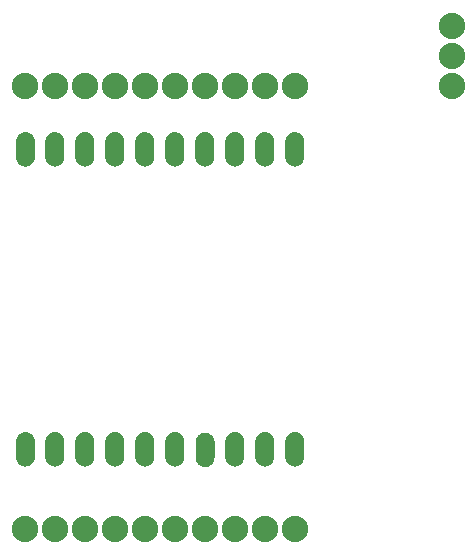
<source format=gbs>
G04 MADE WITH FRITZING*
G04 WWW.FRITZING.ORG*
G04 DOUBLE SIDED*
G04 HOLES PLATED*
G04 CONTOUR ON CENTER OF CONTOUR VECTOR*
%ASAXBY*%
%FSLAX23Y23*%
%MOIN*%
%OFA0B0*%
%SFA1.0B1.0*%
%ADD10C,0.052672*%
%ADD11C,0.088000*%
%ADD12R,0.001000X0.001000*%
%LNMASK0*%
G90*
G70*
G54D10*
X1919Y649D03*
X1819Y649D03*
X1719Y649D03*
X1620Y647D03*
X1519Y649D03*
X1419Y649D03*
X1319Y649D03*
X1219Y649D03*
X1119Y649D03*
X1021Y649D03*
X1919Y1649D03*
X1819Y1649D03*
X1719Y1649D03*
X1619Y1649D03*
X1519Y1649D03*
X1419Y1649D03*
X1319Y1649D03*
X1219Y1649D03*
X1119Y1649D03*
X1021Y1649D03*
G54D11*
X1019Y386D03*
X1119Y386D03*
X1219Y386D03*
X1319Y386D03*
X1419Y386D03*
X1519Y386D03*
X1619Y386D03*
X1719Y386D03*
X1819Y386D03*
X1919Y386D03*
X1019Y1861D03*
X1119Y1861D03*
X1219Y1861D03*
X1319Y1861D03*
X1419Y1861D03*
X1519Y1861D03*
X1619Y1861D03*
X1719Y1861D03*
X1819Y1861D03*
X1919Y1861D03*
X2444Y2061D03*
X2444Y1961D03*
X2444Y1861D03*
G54D12*
X1018Y1707D02*
X1026Y1707D01*
X1116Y1707D02*
X1124Y1707D01*
X1216Y1707D02*
X1224Y1707D01*
X1316Y1707D02*
X1324Y1707D01*
X1416Y1707D02*
X1424Y1707D01*
X1516Y1707D02*
X1524Y1707D01*
X1615Y1707D02*
X1624Y1707D01*
X1715Y1707D02*
X1724Y1707D01*
X1815Y1707D02*
X1824Y1707D01*
X1916Y1707D02*
X1924Y1707D01*
X1013Y1706D02*
X1031Y1706D01*
X1111Y1706D02*
X1128Y1706D01*
X1211Y1706D02*
X1229Y1706D01*
X1311Y1706D02*
X1329Y1706D01*
X1411Y1706D02*
X1428Y1706D01*
X1511Y1706D02*
X1528Y1706D01*
X1611Y1706D02*
X1629Y1706D01*
X1711Y1706D02*
X1729Y1706D01*
X1811Y1706D02*
X1828Y1706D01*
X1911Y1706D02*
X1928Y1706D01*
X1010Y1705D02*
X1033Y1705D01*
X1108Y1705D02*
X1131Y1705D01*
X1208Y1705D02*
X1231Y1705D01*
X1308Y1705D02*
X1331Y1705D01*
X1408Y1705D02*
X1431Y1705D01*
X1508Y1705D02*
X1531Y1705D01*
X1608Y1705D02*
X1631Y1705D01*
X1708Y1705D02*
X1731Y1705D01*
X1808Y1705D02*
X1831Y1705D01*
X1908Y1705D02*
X1931Y1705D01*
X1008Y1704D02*
X1035Y1704D01*
X1106Y1704D02*
X1133Y1704D01*
X1206Y1704D02*
X1233Y1704D01*
X1306Y1704D02*
X1333Y1704D01*
X1406Y1704D02*
X1433Y1704D01*
X1506Y1704D02*
X1533Y1704D01*
X1606Y1704D02*
X1633Y1704D01*
X1706Y1704D02*
X1733Y1704D01*
X1806Y1704D02*
X1833Y1704D01*
X1906Y1704D02*
X1933Y1704D01*
X1006Y1703D02*
X1037Y1703D01*
X1104Y1703D02*
X1135Y1703D01*
X1204Y1703D02*
X1235Y1703D01*
X1304Y1703D02*
X1335Y1703D01*
X1404Y1703D02*
X1435Y1703D01*
X1504Y1703D02*
X1535Y1703D01*
X1604Y1703D02*
X1635Y1703D01*
X1704Y1703D02*
X1735Y1703D01*
X1804Y1703D02*
X1835Y1703D01*
X1904Y1703D02*
X1935Y1703D01*
X1005Y1702D02*
X1039Y1702D01*
X1103Y1702D02*
X1137Y1702D01*
X1203Y1702D02*
X1237Y1702D01*
X1303Y1702D02*
X1337Y1702D01*
X1403Y1702D02*
X1437Y1702D01*
X1503Y1702D02*
X1537Y1702D01*
X1603Y1702D02*
X1637Y1702D01*
X1703Y1702D02*
X1737Y1702D01*
X1803Y1702D02*
X1837Y1702D01*
X1903Y1702D02*
X1937Y1702D01*
X1003Y1701D02*
X1040Y1701D01*
X1101Y1701D02*
X1138Y1701D01*
X1201Y1701D02*
X1238Y1701D01*
X1301Y1701D02*
X1338Y1701D01*
X1401Y1701D02*
X1438Y1701D01*
X1501Y1701D02*
X1538Y1701D01*
X1601Y1701D02*
X1638Y1701D01*
X1701Y1701D02*
X1738Y1701D01*
X1801Y1701D02*
X1838Y1701D01*
X1901Y1701D02*
X1938Y1701D01*
X1002Y1700D02*
X1042Y1700D01*
X1100Y1700D02*
X1139Y1700D01*
X1200Y1700D02*
X1239Y1700D01*
X1300Y1700D02*
X1339Y1700D01*
X1400Y1700D02*
X1439Y1700D01*
X1500Y1700D02*
X1539Y1700D01*
X1600Y1700D02*
X1639Y1700D01*
X1700Y1700D02*
X1739Y1700D01*
X1800Y1700D02*
X1839Y1700D01*
X1900Y1700D02*
X1939Y1700D01*
X1001Y1699D02*
X1043Y1699D01*
X1099Y1699D02*
X1141Y1699D01*
X1199Y1699D02*
X1241Y1699D01*
X1299Y1699D02*
X1341Y1699D01*
X1399Y1699D02*
X1441Y1699D01*
X1499Y1699D02*
X1541Y1699D01*
X1599Y1699D02*
X1641Y1699D01*
X1699Y1699D02*
X1741Y1699D01*
X1799Y1699D02*
X1841Y1699D01*
X1899Y1699D02*
X1941Y1699D01*
X1000Y1698D02*
X1044Y1698D01*
X1098Y1698D02*
X1142Y1698D01*
X1198Y1698D02*
X1242Y1698D01*
X1298Y1698D02*
X1342Y1698D01*
X1398Y1698D02*
X1442Y1698D01*
X1498Y1698D02*
X1542Y1698D01*
X1598Y1698D02*
X1642Y1698D01*
X1698Y1698D02*
X1742Y1698D01*
X1798Y1698D02*
X1842Y1698D01*
X1898Y1698D02*
X1942Y1698D01*
X999Y1697D02*
X1045Y1697D01*
X1097Y1697D02*
X1143Y1697D01*
X1197Y1697D02*
X1243Y1697D01*
X1297Y1697D02*
X1343Y1697D01*
X1397Y1697D02*
X1443Y1697D01*
X1497Y1697D02*
X1543Y1697D01*
X1597Y1697D02*
X1643Y1697D01*
X1697Y1697D02*
X1743Y1697D01*
X1797Y1697D02*
X1843Y1697D01*
X1897Y1697D02*
X1942Y1697D01*
X998Y1696D02*
X1045Y1696D01*
X1096Y1696D02*
X1143Y1696D01*
X1196Y1696D02*
X1243Y1696D01*
X1296Y1696D02*
X1343Y1696D01*
X1396Y1696D02*
X1443Y1696D01*
X1496Y1696D02*
X1543Y1696D01*
X1596Y1696D02*
X1643Y1696D01*
X1696Y1696D02*
X1743Y1696D01*
X1796Y1696D02*
X1843Y1696D01*
X1896Y1696D02*
X1943Y1696D01*
X997Y1695D02*
X1046Y1695D01*
X1095Y1695D02*
X1144Y1695D01*
X1195Y1695D02*
X1244Y1695D01*
X1295Y1695D02*
X1344Y1695D01*
X1395Y1695D02*
X1444Y1695D01*
X1495Y1695D02*
X1544Y1695D01*
X1595Y1695D02*
X1644Y1695D01*
X1695Y1695D02*
X1744Y1695D01*
X1795Y1695D02*
X1844Y1695D01*
X1895Y1695D02*
X1944Y1695D01*
X997Y1694D02*
X1047Y1694D01*
X1095Y1694D02*
X1145Y1694D01*
X1195Y1694D02*
X1245Y1694D01*
X1295Y1694D02*
X1345Y1694D01*
X1395Y1694D02*
X1445Y1694D01*
X1495Y1694D02*
X1545Y1694D01*
X1595Y1694D02*
X1645Y1694D01*
X1695Y1694D02*
X1745Y1694D01*
X1795Y1694D02*
X1845Y1694D01*
X1895Y1694D02*
X1945Y1694D01*
X996Y1693D02*
X1048Y1693D01*
X1094Y1693D02*
X1146Y1693D01*
X1194Y1693D02*
X1246Y1693D01*
X1294Y1693D02*
X1346Y1693D01*
X1394Y1693D02*
X1446Y1693D01*
X1494Y1693D02*
X1546Y1693D01*
X1594Y1693D02*
X1646Y1693D01*
X1694Y1693D02*
X1746Y1693D01*
X1794Y1693D02*
X1846Y1693D01*
X1894Y1693D02*
X1946Y1693D01*
X995Y1692D02*
X1048Y1692D01*
X1093Y1692D02*
X1146Y1692D01*
X1193Y1692D02*
X1246Y1692D01*
X1293Y1692D02*
X1346Y1692D01*
X1393Y1692D02*
X1446Y1692D01*
X1493Y1692D02*
X1546Y1692D01*
X1593Y1692D02*
X1646Y1692D01*
X1693Y1692D02*
X1746Y1692D01*
X1793Y1692D02*
X1846Y1692D01*
X1893Y1692D02*
X1946Y1692D01*
X995Y1691D02*
X1049Y1691D01*
X1093Y1691D02*
X1147Y1691D01*
X1193Y1691D02*
X1247Y1691D01*
X1293Y1691D02*
X1347Y1691D01*
X1393Y1691D02*
X1447Y1691D01*
X1493Y1691D02*
X1547Y1691D01*
X1593Y1691D02*
X1647Y1691D01*
X1693Y1691D02*
X1747Y1691D01*
X1793Y1691D02*
X1847Y1691D01*
X1893Y1691D02*
X1947Y1691D01*
X994Y1690D02*
X1049Y1690D01*
X1092Y1690D02*
X1147Y1690D01*
X1192Y1690D02*
X1247Y1690D01*
X1292Y1690D02*
X1347Y1690D01*
X1392Y1690D02*
X1447Y1690D01*
X1492Y1690D02*
X1547Y1690D01*
X1592Y1690D02*
X1647Y1690D01*
X1692Y1690D02*
X1747Y1690D01*
X1792Y1690D02*
X1847Y1690D01*
X1892Y1690D02*
X1947Y1690D01*
X994Y1689D02*
X1050Y1689D01*
X1092Y1689D02*
X1148Y1689D01*
X1192Y1689D02*
X1248Y1689D01*
X1292Y1689D02*
X1348Y1689D01*
X1392Y1689D02*
X1448Y1689D01*
X1492Y1689D02*
X1548Y1689D01*
X1592Y1689D02*
X1648Y1689D01*
X1692Y1689D02*
X1748Y1689D01*
X1792Y1689D02*
X1848Y1689D01*
X1892Y1689D02*
X1948Y1689D01*
X993Y1688D02*
X1050Y1688D01*
X1091Y1688D02*
X1148Y1688D01*
X1191Y1688D02*
X1248Y1688D01*
X1291Y1688D02*
X1348Y1688D01*
X1391Y1688D02*
X1448Y1688D01*
X1491Y1688D02*
X1548Y1688D01*
X1591Y1688D02*
X1648Y1688D01*
X1691Y1688D02*
X1748Y1688D01*
X1791Y1688D02*
X1848Y1688D01*
X1891Y1688D02*
X1948Y1688D01*
X993Y1687D02*
X1051Y1687D01*
X1091Y1687D02*
X1149Y1687D01*
X1191Y1687D02*
X1249Y1687D01*
X1291Y1687D02*
X1349Y1687D01*
X1391Y1687D02*
X1449Y1687D01*
X1491Y1687D02*
X1549Y1687D01*
X1591Y1687D02*
X1649Y1687D01*
X1691Y1687D02*
X1749Y1687D01*
X1791Y1687D02*
X1849Y1687D01*
X1891Y1687D02*
X1949Y1687D01*
X993Y1686D02*
X1051Y1686D01*
X1091Y1686D02*
X1149Y1686D01*
X1191Y1686D02*
X1249Y1686D01*
X1291Y1686D02*
X1349Y1686D01*
X1391Y1686D02*
X1449Y1686D01*
X1491Y1686D02*
X1549Y1686D01*
X1591Y1686D02*
X1649Y1686D01*
X1691Y1686D02*
X1749Y1686D01*
X1791Y1686D02*
X1849Y1686D01*
X1891Y1686D02*
X1949Y1686D01*
X992Y1685D02*
X1051Y1685D01*
X1090Y1685D02*
X1149Y1685D01*
X1190Y1685D02*
X1249Y1685D01*
X1290Y1685D02*
X1349Y1685D01*
X1390Y1685D02*
X1449Y1685D01*
X1490Y1685D02*
X1549Y1685D01*
X1590Y1685D02*
X1649Y1685D01*
X1690Y1685D02*
X1749Y1685D01*
X1790Y1685D02*
X1849Y1685D01*
X1890Y1685D02*
X1949Y1685D01*
X992Y1684D02*
X1052Y1684D01*
X1090Y1684D02*
X1150Y1684D01*
X1190Y1684D02*
X1250Y1684D01*
X1290Y1684D02*
X1350Y1684D01*
X1390Y1684D02*
X1450Y1684D01*
X1490Y1684D02*
X1550Y1684D01*
X1590Y1684D02*
X1650Y1684D01*
X1690Y1684D02*
X1750Y1684D01*
X1790Y1684D02*
X1850Y1684D01*
X1890Y1684D02*
X1949Y1684D01*
X992Y1683D02*
X1052Y1683D01*
X1090Y1683D02*
X1150Y1683D01*
X1190Y1683D02*
X1250Y1683D01*
X1290Y1683D02*
X1350Y1683D01*
X1390Y1683D02*
X1450Y1683D01*
X1490Y1683D02*
X1550Y1683D01*
X1590Y1683D02*
X1650Y1683D01*
X1690Y1683D02*
X1750Y1683D01*
X1790Y1683D02*
X1850Y1683D01*
X1890Y1683D02*
X1950Y1683D01*
X992Y1682D02*
X1052Y1682D01*
X1090Y1682D02*
X1150Y1682D01*
X1190Y1682D02*
X1250Y1682D01*
X1290Y1682D02*
X1350Y1682D01*
X1390Y1682D02*
X1450Y1682D01*
X1490Y1682D02*
X1550Y1682D01*
X1590Y1682D02*
X1650Y1682D01*
X1690Y1682D02*
X1750Y1682D01*
X1790Y1682D02*
X1850Y1682D01*
X1890Y1682D02*
X1950Y1682D01*
X991Y1681D02*
X1052Y1681D01*
X1089Y1681D02*
X1150Y1681D01*
X1189Y1681D02*
X1250Y1681D01*
X1289Y1681D02*
X1350Y1681D01*
X1389Y1681D02*
X1450Y1681D01*
X1489Y1681D02*
X1550Y1681D01*
X1589Y1681D02*
X1650Y1681D01*
X1689Y1681D02*
X1750Y1681D01*
X1789Y1681D02*
X1850Y1681D01*
X1889Y1681D02*
X1950Y1681D01*
X991Y1680D02*
X1052Y1680D01*
X1089Y1680D02*
X1150Y1680D01*
X1189Y1680D02*
X1250Y1680D01*
X1289Y1680D02*
X1350Y1680D01*
X1389Y1680D02*
X1450Y1680D01*
X1489Y1680D02*
X1550Y1680D01*
X1589Y1680D02*
X1650Y1680D01*
X1689Y1680D02*
X1750Y1680D01*
X1789Y1680D02*
X1850Y1680D01*
X1889Y1680D02*
X1950Y1680D01*
X991Y1679D02*
X1052Y1679D01*
X1089Y1679D02*
X1150Y1679D01*
X1189Y1679D02*
X1250Y1679D01*
X1289Y1679D02*
X1350Y1679D01*
X1389Y1679D02*
X1450Y1679D01*
X1489Y1679D02*
X1550Y1679D01*
X1589Y1679D02*
X1650Y1679D01*
X1689Y1679D02*
X1750Y1679D01*
X1789Y1679D02*
X1850Y1679D01*
X1889Y1679D02*
X1950Y1679D01*
X991Y1678D02*
X1053Y1678D01*
X1089Y1678D02*
X1151Y1678D01*
X1189Y1678D02*
X1251Y1678D01*
X1289Y1678D02*
X1351Y1678D01*
X1389Y1678D02*
X1451Y1678D01*
X1489Y1678D02*
X1550Y1678D01*
X1589Y1678D02*
X1651Y1678D01*
X1689Y1678D02*
X1750Y1678D01*
X1789Y1678D02*
X1850Y1678D01*
X1889Y1678D02*
X1950Y1678D01*
X991Y1677D02*
X1053Y1677D01*
X1089Y1677D02*
X1151Y1677D01*
X1189Y1677D02*
X1251Y1677D01*
X1289Y1677D02*
X1351Y1677D01*
X1389Y1677D02*
X1451Y1677D01*
X1489Y1677D02*
X1551Y1677D01*
X1589Y1677D02*
X1651Y1677D01*
X1689Y1677D02*
X1751Y1677D01*
X1789Y1677D02*
X1851Y1677D01*
X1889Y1677D02*
X1951Y1677D01*
X991Y1676D02*
X1053Y1676D01*
X1089Y1676D02*
X1151Y1676D01*
X1189Y1676D02*
X1251Y1676D01*
X1289Y1676D02*
X1351Y1676D01*
X1389Y1676D02*
X1451Y1676D01*
X1489Y1676D02*
X1551Y1676D01*
X1589Y1676D02*
X1651Y1676D01*
X1689Y1676D02*
X1751Y1676D01*
X1789Y1676D02*
X1851Y1676D01*
X1889Y1676D02*
X1951Y1676D01*
X991Y1675D02*
X1053Y1675D01*
X1089Y1675D02*
X1151Y1675D01*
X1189Y1675D02*
X1251Y1675D01*
X1289Y1675D02*
X1351Y1675D01*
X1389Y1675D02*
X1451Y1675D01*
X1489Y1675D02*
X1551Y1675D01*
X1589Y1675D02*
X1651Y1675D01*
X1689Y1675D02*
X1751Y1675D01*
X1789Y1675D02*
X1851Y1675D01*
X1889Y1675D02*
X1951Y1675D01*
X991Y1674D02*
X1053Y1674D01*
X1089Y1674D02*
X1151Y1674D01*
X1189Y1674D02*
X1251Y1674D01*
X1289Y1674D02*
X1351Y1674D01*
X1389Y1674D02*
X1451Y1674D01*
X1489Y1674D02*
X1551Y1674D01*
X1589Y1674D02*
X1651Y1674D01*
X1689Y1674D02*
X1751Y1674D01*
X1789Y1674D02*
X1851Y1674D01*
X1889Y1674D02*
X1951Y1674D01*
X991Y1673D02*
X1053Y1673D01*
X1089Y1673D02*
X1151Y1673D01*
X1189Y1673D02*
X1251Y1673D01*
X1289Y1673D02*
X1351Y1673D01*
X1389Y1673D02*
X1451Y1673D01*
X1489Y1673D02*
X1551Y1673D01*
X1589Y1673D02*
X1651Y1673D01*
X1689Y1673D02*
X1751Y1673D01*
X1789Y1673D02*
X1851Y1673D01*
X1889Y1673D02*
X1951Y1673D01*
X991Y1672D02*
X1053Y1672D01*
X1089Y1672D02*
X1151Y1672D01*
X1189Y1672D02*
X1251Y1672D01*
X1289Y1672D02*
X1351Y1672D01*
X1389Y1672D02*
X1451Y1672D01*
X1489Y1672D02*
X1551Y1672D01*
X1589Y1672D02*
X1651Y1672D01*
X1689Y1672D02*
X1751Y1672D01*
X1789Y1672D02*
X1851Y1672D01*
X1889Y1672D02*
X1951Y1672D01*
X991Y1671D02*
X1053Y1671D01*
X1089Y1671D02*
X1151Y1671D01*
X1189Y1671D02*
X1251Y1671D01*
X1289Y1671D02*
X1351Y1671D01*
X1389Y1671D02*
X1451Y1671D01*
X1489Y1671D02*
X1551Y1671D01*
X1589Y1671D02*
X1651Y1671D01*
X1689Y1671D02*
X1751Y1671D01*
X1789Y1671D02*
X1851Y1671D01*
X1889Y1671D02*
X1951Y1671D01*
X991Y1670D02*
X1053Y1670D01*
X1089Y1670D02*
X1151Y1670D01*
X1189Y1670D02*
X1251Y1670D01*
X1289Y1670D02*
X1351Y1670D01*
X1389Y1670D02*
X1451Y1670D01*
X1489Y1670D02*
X1551Y1670D01*
X1589Y1670D02*
X1651Y1670D01*
X1689Y1670D02*
X1751Y1670D01*
X1789Y1670D02*
X1851Y1670D01*
X1889Y1670D02*
X1951Y1670D01*
X991Y1669D02*
X1053Y1669D01*
X1089Y1669D02*
X1151Y1669D01*
X1189Y1669D02*
X1251Y1669D01*
X1289Y1669D02*
X1351Y1669D01*
X1389Y1669D02*
X1451Y1669D01*
X1489Y1669D02*
X1551Y1669D01*
X1589Y1669D02*
X1651Y1669D01*
X1689Y1669D02*
X1751Y1669D01*
X1789Y1669D02*
X1851Y1669D01*
X1889Y1669D02*
X1951Y1669D01*
X991Y1668D02*
X1053Y1668D01*
X1089Y1668D02*
X1151Y1668D01*
X1189Y1668D02*
X1251Y1668D01*
X1289Y1668D02*
X1351Y1668D01*
X1389Y1668D02*
X1451Y1668D01*
X1489Y1668D02*
X1551Y1668D01*
X1589Y1668D02*
X1651Y1668D01*
X1689Y1668D02*
X1751Y1668D01*
X1789Y1668D02*
X1851Y1668D01*
X1889Y1668D02*
X1951Y1668D01*
X991Y1667D02*
X1053Y1667D01*
X1089Y1667D02*
X1151Y1667D01*
X1189Y1667D02*
X1251Y1667D01*
X1289Y1667D02*
X1351Y1667D01*
X1389Y1667D02*
X1451Y1667D01*
X1489Y1667D02*
X1551Y1667D01*
X1589Y1667D02*
X1651Y1667D01*
X1689Y1667D02*
X1751Y1667D01*
X1789Y1667D02*
X1851Y1667D01*
X1889Y1667D02*
X1951Y1667D01*
X991Y1666D02*
X1053Y1666D01*
X1089Y1666D02*
X1151Y1666D01*
X1189Y1666D02*
X1251Y1666D01*
X1289Y1666D02*
X1351Y1666D01*
X1389Y1666D02*
X1451Y1666D01*
X1489Y1666D02*
X1551Y1666D01*
X1589Y1666D02*
X1651Y1666D01*
X1689Y1666D02*
X1751Y1666D01*
X1789Y1666D02*
X1851Y1666D01*
X1889Y1666D02*
X1951Y1666D01*
X991Y1665D02*
X1053Y1665D01*
X1089Y1665D02*
X1151Y1665D01*
X1189Y1665D02*
X1251Y1665D01*
X1289Y1665D02*
X1351Y1665D01*
X1389Y1665D02*
X1451Y1665D01*
X1489Y1665D02*
X1551Y1665D01*
X1589Y1665D02*
X1651Y1665D01*
X1689Y1665D02*
X1751Y1665D01*
X1789Y1665D02*
X1851Y1665D01*
X1889Y1665D02*
X1951Y1665D01*
X991Y1664D02*
X1053Y1664D01*
X1089Y1664D02*
X1151Y1664D01*
X1189Y1664D02*
X1251Y1664D01*
X1289Y1664D02*
X1351Y1664D01*
X1389Y1664D02*
X1451Y1664D01*
X1489Y1664D02*
X1551Y1664D01*
X1589Y1664D02*
X1651Y1664D01*
X1689Y1664D02*
X1751Y1664D01*
X1789Y1664D02*
X1851Y1664D01*
X1889Y1664D02*
X1951Y1664D01*
X991Y1663D02*
X1053Y1663D01*
X1089Y1663D02*
X1151Y1663D01*
X1189Y1663D02*
X1251Y1663D01*
X1289Y1663D02*
X1351Y1663D01*
X1389Y1663D02*
X1451Y1663D01*
X1489Y1663D02*
X1551Y1663D01*
X1589Y1663D02*
X1651Y1663D01*
X1689Y1663D02*
X1751Y1663D01*
X1789Y1663D02*
X1851Y1663D01*
X1889Y1663D02*
X1951Y1663D01*
X991Y1662D02*
X1053Y1662D01*
X1089Y1662D02*
X1151Y1662D01*
X1189Y1662D02*
X1251Y1662D01*
X1289Y1662D02*
X1351Y1662D01*
X1389Y1662D02*
X1451Y1662D01*
X1489Y1662D02*
X1551Y1662D01*
X1589Y1662D02*
X1651Y1662D01*
X1689Y1662D02*
X1751Y1662D01*
X1789Y1662D02*
X1851Y1662D01*
X1889Y1662D02*
X1951Y1662D01*
X991Y1661D02*
X1018Y1661D01*
X1025Y1661D02*
X1053Y1661D01*
X1089Y1661D02*
X1116Y1661D01*
X1123Y1661D02*
X1151Y1661D01*
X1189Y1661D02*
X1216Y1661D01*
X1223Y1661D02*
X1251Y1661D01*
X1289Y1661D02*
X1316Y1661D01*
X1323Y1661D02*
X1351Y1661D01*
X1389Y1661D02*
X1416Y1661D01*
X1423Y1661D02*
X1451Y1661D01*
X1489Y1661D02*
X1516Y1661D01*
X1523Y1661D02*
X1551Y1661D01*
X1589Y1661D02*
X1616Y1661D01*
X1623Y1661D02*
X1651Y1661D01*
X1689Y1661D02*
X1716Y1661D01*
X1723Y1661D02*
X1751Y1661D01*
X1789Y1661D02*
X1816Y1661D01*
X1823Y1661D02*
X1851Y1661D01*
X1889Y1661D02*
X1916Y1661D01*
X1923Y1661D02*
X1951Y1661D01*
X991Y1660D02*
X1016Y1660D01*
X1028Y1660D02*
X1053Y1660D01*
X1089Y1660D02*
X1114Y1660D01*
X1126Y1660D02*
X1151Y1660D01*
X1189Y1660D02*
X1214Y1660D01*
X1226Y1660D02*
X1251Y1660D01*
X1289Y1660D02*
X1314Y1660D01*
X1326Y1660D02*
X1351Y1660D01*
X1389Y1660D02*
X1414Y1660D01*
X1426Y1660D02*
X1451Y1660D01*
X1489Y1660D02*
X1514Y1660D01*
X1526Y1660D02*
X1551Y1660D01*
X1589Y1660D02*
X1614Y1660D01*
X1626Y1660D02*
X1651Y1660D01*
X1689Y1660D02*
X1714Y1660D01*
X1726Y1660D02*
X1751Y1660D01*
X1789Y1660D02*
X1814Y1660D01*
X1826Y1660D02*
X1851Y1660D01*
X1889Y1660D02*
X1914Y1660D01*
X1926Y1660D02*
X1951Y1660D01*
X991Y1659D02*
X1014Y1659D01*
X1029Y1659D02*
X1053Y1659D01*
X1089Y1659D02*
X1113Y1659D01*
X1127Y1659D02*
X1151Y1659D01*
X1189Y1659D02*
X1212Y1659D01*
X1227Y1659D02*
X1251Y1659D01*
X1289Y1659D02*
X1312Y1659D01*
X1327Y1659D02*
X1351Y1659D01*
X1389Y1659D02*
X1412Y1659D01*
X1427Y1659D02*
X1451Y1659D01*
X1489Y1659D02*
X1512Y1659D01*
X1527Y1659D02*
X1551Y1659D01*
X1589Y1659D02*
X1612Y1659D01*
X1627Y1659D02*
X1651Y1659D01*
X1689Y1659D02*
X1712Y1659D01*
X1727Y1659D02*
X1751Y1659D01*
X1789Y1659D02*
X1812Y1659D01*
X1827Y1659D02*
X1851Y1659D01*
X1889Y1659D02*
X1912Y1659D01*
X1927Y1659D02*
X1951Y1659D01*
X991Y1658D02*
X1013Y1658D01*
X1030Y1658D02*
X1053Y1658D01*
X1089Y1658D02*
X1111Y1658D01*
X1128Y1658D02*
X1151Y1658D01*
X1189Y1658D02*
X1211Y1658D01*
X1228Y1658D02*
X1251Y1658D01*
X1289Y1658D02*
X1311Y1658D01*
X1328Y1658D02*
X1351Y1658D01*
X1389Y1658D02*
X1411Y1658D01*
X1428Y1658D02*
X1451Y1658D01*
X1489Y1658D02*
X1511Y1658D01*
X1528Y1658D02*
X1551Y1658D01*
X1589Y1658D02*
X1611Y1658D01*
X1628Y1658D02*
X1651Y1658D01*
X1689Y1658D02*
X1711Y1658D01*
X1728Y1658D02*
X1751Y1658D01*
X1789Y1658D02*
X1811Y1658D01*
X1828Y1658D02*
X1851Y1658D01*
X1889Y1658D02*
X1911Y1658D01*
X1928Y1658D02*
X1951Y1658D01*
X991Y1657D02*
X1013Y1657D01*
X1031Y1657D02*
X1053Y1657D01*
X1089Y1657D02*
X1111Y1657D01*
X1129Y1657D02*
X1151Y1657D01*
X1189Y1657D02*
X1211Y1657D01*
X1229Y1657D02*
X1251Y1657D01*
X1289Y1657D02*
X1311Y1657D01*
X1329Y1657D02*
X1351Y1657D01*
X1389Y1657D02*
X1411Y1657D01*
X1429Y1657D02*
X1451Y1657D01*
X1489Y1657D02*
X1511Y1657D01*
X1529Y1657D02*
X1551Y1657D01*
X1589Y1657D02*
X1611Y1657D01*
X1629Y1657D02*
X1651Y1657D01*
X1689Y1657D02*
X1711Y1657D01*
X1729Y1657D02*
X1751Y1657D01*
X1789Y1657D02*
X1811Y1657D01*
X1829Y1657D02*
X1851Y1657D01*
X1889Y1657D02*
X1911Y1657D01*
X1929Y1657D02*
X1951Y1657D01*
X991Y1656D02*
X1012Y1656D01*
X1032Y1656D02*
X1053Y1656D01*
X1089Y1656D02*
X1110Y1656D01*
X1130Y1656D02*
X1151Y1656D01*
X1189Y1656D02*
X1210Y1656D01*
X1230Y1656D02*
X1251Y1656D01*
X1289Y1656D02*
X1310Y1656D01*
X1330Y1656D02*
X1351Y1656D01*
X1389Y1656D02*
X1410Y1656D01*
X1429Y1656D02*
X1451Y1656D01*
X1489Y1656D02*
X1510Y1656D01*
X1529Y1656D02*
X1551Y1656D01*
X1589Y1656D02*
X1610Y1656D01*
X1629Y1656D02*
X1651Y1656D01*
X1689Y1656D02*
X1710Y1656D01*
X1729Y1656D02*
X1751Y1656D01*
X1789Y1656D02*
X1810Y1656D01*
X1829Y1656D02*
X1851Y1656D01*
X1889Y1656D02*
X1910Y1656D01*
X1929Y1656D02*
X1951Y1656D01*
X991Y1655D02*
X1011Y1655D01*
X1032Y1655D02*
X1053Y1655D01*
X1089Y1655D02*
X1109Y1655D01*
X1130Y1655D02*
X1151Y1655D01*
X1189Y1655D02*
X1209Y1655D01*
X1230Y1655D02*
X1251Y1655D01*
X1289Y1655D02*
X1309Y1655D01*
X1330Y1655D02*
X1351Y1655D01*
X1389Y1655D02*
X1409Y1655D01*
X1430Y1655D02*
X1451Y1655D01*
X1489Y1655D02*
X1509Y1655D01*
X1530Y1655D02*
X1551Y1655D01*
X1589Y1655D02*
X1609Y1655D01*
X1630Y1655D02*
X1651Y1655D01*
X1689Y1655D02*
X1709Y1655D01*
X1730Y1655D02*
X1751Y1655D01*
X1789Y1655D02*
X1809Y1655D01*
X1830Y1655D02*
X1851Y1655D01*
X1889Y1655D02*
X1909Y1655D01*
X1930Y1655D02*
X1951Y1655D01*
X991Y1654D02*
X1011Y1654D01*
X1032Y1654D02*
X1053Y1654D01*
X1089Y1654D02*
X1109Y1654D01*
X1130Y1654D02*
X1151Y1654D01*
X1189Y1654D02*
X1209Y1654D01*
X1230Y1654D02*
X1251Y1654D01*
X1289Y1654D02*
X1309Y1654D01*
X1330Y1654D02*
X1351Y1654D01*
X1389Y1654D02*
X1409Y1654D01*
X1430Y1654D02*
X1451Y1654D01*
X1489Y1654D02*
X1509Y1654D01*
X1530Y1654D02*
X1551Y1654D01*
X1589Y1654D02*
X1609Y1654D01*
X1630Y1654D02*
X1651Y1654D01*
X1689Y1654D02*
X1709Y1654D01*
X1730Y1654D02*
X1751Y1654D01*
X1789Y1654D02*
X1809Y1654D01*
X1830Y1654D02*
X1851Y1654D01*
X1889Y1654D02*
X1909Y1654D01*
X1930Y1654D02*
X1951Y1654D01*
X991Y1653D02*
X1011Y1653D01*
X1033Y1653D02*
X1053Y1653D01*
X1089Y1653D02*
X1109Y1653D01*
X1131Y1653D02*
X1151Y1653D01*
X1189Y1653D02*
X1209Y1653D01*
X1231Y1653D02*
X1251Y1653D01*
X1289Y1653D02*
X1309Y1653D01*
X1331Y1653D02*
X1351Y1653D01*
X1389Y1653D02*
X1409Y1653D01*
X1431Y1653D02*
X1451Y1653D01*
X1489Y1653D02*
X1509Y1653D01*
X1531Y1653D02*
X1551Y1653D01*
X1589Y1653D02*
X1609Y1653D01*
X1631Y1653D02*
X1651Y1653D01*
X1689Y1653D02*
X1709Y1653D01*
X1731Y1653D02*
X1751Y1653D01*
X1789Y1653D02*
X1809Y1653D01*
X1831Y1653D02*
X1851Y1653D01*
X1889Y1653D02*
X1909Y1653D01*
X1931Y1653D02*
X1951Y1653D01*
X991Y1652D02*
X1011Y1652D01*
X1033Y1652D02*
X1053Y1652D01*
X1089Y1652D02*
X1109Y1652D01*
X1131Y1652D02*
X1151Y1652D01*
X1189Y1652D02*
X1209Y1652D01*
X1231Y1652D02*
X1251Y1652D01*
X1289Y1652D02*
X1309Y1652D01*
X1331Y1652D02*
X1351Y1652D01*
X1389Y1652D02*
X1409Y1652D01*
X1431Y1652D02*
X1451Y1652D01*
X1489Y1652D02*
X1509Y1652D01*
X1531Y1652D02*
X1551Y1652D01*
X1589Y1652D02*
X1609Y1652D01*
X1631Y1652D02*
X1651Y1652D01*
X1689Y1652D02*
X1709Y1652D01*
X1731Y1652D02*
X1751Y1652D01*
X1789Y1652D02*
X1809Y1652D01*
X1831Y1652D02*
X1851Y1652D01*
X1889Y1652D02*
X1909Y1652D01*
X1931Y1652D02*
X1951Y1652D01*
X991Y1651D02*
X1011Y1651D01*
X1033Y1651D02*
X1053Y1651D01*
X1089Y1651D02*
X1109Y1651D01*
X1131Y1651D02*
X1151Y1651D01*
X1189Y1651D02*
X1209Y1651D01*
X1231Y1651D02*
X1251Y1651D01*
X1289Y1651D02*
X1309Y1651D01*
X1331Y1651D02*
X1351Y1651D01*
X1389Y1651D02*
X1409Y1651D01*
X1431Y1651D02*
X1451Y1651D01*
X1489Y1651D02*
X1509Y1651D01*
X1531Y1651D02*
X1551Y1651D01*
X1589Y1651D02*
X1609Y1651D01*
X1631Y1651D02*
X1651Y1651D01*
X1689Y1651D02*
X1709Y1651D01*
X1731Y1651D02*
X1751Y1651D01*
X1789Y1651D02*
X1809Y1651D01*
X1831Y1651D02*
X1851Y1651D01*
X1889Y1651D02*
X1909Y1651D01*
X1931Y1651D02*
X1951Y1651D01*
X991Y1650D02*
X1011Y1650D01*
X1033Y1650D02*
X1053Y1650D01*
X1089Y1650D02*
X1109Y1650D01*
X1131Y1650D02*
X1151Y1650D01*
X1189Y1650D02*
X1209Y1650D01*
X1231Y1650D02*
X1251Y1650D01*
X1289Y1650D02*
X1309Y1650D01*
X1331Y1650D02*
X1351Y1650D01*
X1389Y1650D02*
X1409Y1650D01*
X1431Y1650D02*
X1451Y1650D01*
X1489Y1650D02*
X1509Y1650D01*
X1531Y1650D02*
X1551Y1650D01*
X1589Y1650D02*
X1609Y1650D01*
X1631Y1650D02*
X1651Y1650D01*
X1689Y1650D02*
X1709Y1650D01*
X1731Y1650D02*
X1751Y1650D01*
X1789Y1650D02*
X1809Y1650D01*
X1831Y1650D02*
X1851Y1650D01*
X1889Y1650D02*
X1909Y1650D01*
X1931Y1650D02*
X1951Y1650D01*
X991Y1649D02*
X1011Y1649D01*
X1033Y1649D02*
X1053Y1649D01*
X1089Y1649D02*
X1109Y1649D01*
X1131Y1649D02*
X1151Y1649D01*
X1189Y1649D02*
X1209Y1649D01*
X1231Y1649D02*
X1251Y1649D01*
X1289Y1649D02*
X1309Y1649D01*
X1331Y1649D02*
X1351Y1649D01*
X1389Y1649D02*
X1409Y1649D01*
X1431Y1649D02*
X1451Y1649D01*
X1489Y1649D02*
X1509Y1649D01*
X1531Y1649D02*
X1551Y1649D01*
X1589Y1649D02*
X1609Y1649D01*
X1631Y1649D02*
X1651Y1649D01*
X1689Y1649D02*
X1709Y1649D01*
X1731Y1649D02*
X1751Y1649D01*
X1789Y1649D02*
X1809Y1649D01*
X1831Y1649D02*
X1851Y1649D01*
X1889Y1649D02*
X1909Y1649D01*
X1931Y1649D02*
X1951Y1649D01*
X991Y1648D02*
X1011Y1648D01*
X1032Y1648D02*
X1053Y1648D01*
X1089Y1648D02*
X1109Y1648D01*
X1131Y1648D02*
X1151Y1648D01*
X1189Y1648D02*
X1209Y1648D01*
X1230Y1648D02*
X1251Y1648D01*
X1289Y1648D02*
X1309Y1648D01*
X1330Y1648D02*
X1351Y1648D01*
X1389Y1648D02*
X1409Y1648D01*
X1430Y1648D02*
X1451Y1648D01*
X1489Y1648D02*
X1509Y1648D01*
X1530Y1648D02*
X1551Y1648D01*
X1589Y1648D02*
X1609Y1648D01*
X1630Y1648D02*
X1651Y1648D01*
X1689Y1648D02*
X1709Y1648D01*
X1730Y1648D02*
X1751Y1648D01*
X1789Y1648D02*
X1809Y1648D01*
X1830Y1648D02*
X1851Y1648D01*
X1889Y1648D02*
X1909Y1648D01*
X1930Y1648D02*
X1951Y1648D01*
X991Y1647D02*
X1011Y1647D01*
X1032Y1647D02*
X1053Y1647D01*
X1089Y1647D02*
X1109Y1647D01*
X1130Y1647D02*
X1151Y1647D01*
X1189Y1647D02*
X1209Y1647D01*
X1230Y1647D02*
X1251Y1647D01*
X1289Y1647D02*
X1309Y1647D01*
X1330Y1647D02*
X1351Y1647D01*
X1389Y1647D02*
X1409Y1647D01*
X1430Y1647D02*
X1451Y1647D01*
X1489Y1647D02*
X1509Y1647D01*
X1530Y1647D02*
X1551Y1647D01*
X1589Y1647D02*
X1609Y1647D01*
X1630Y1647D02*
X1651Y1647D01*
X1689Y1647D02*
X1709Y1647D01*
X1730Y1647D02*
X1751Y1647D01*
X1789Y1647D02*
X1809Y1647D01*
X1830Y1647D02*
X1851Y1647D01*
X1889Y1647D02*
X1909Y1647D01*
X1930Y1647D02*
X1951Y1647D01*
X991Y1646D02*
X1012Y1646D01*
X1032Y1646D02*
X1053Y1646D01*
X1089Y1646D02*
X1110Y1646D01*
X1130Y1646D02*
X1151Y1646D01*
X1189Y1646D02*
X1210Y1646D01*
X1230Y1646D02*
X1251Y1646D01*
X1289Y1646D02*
X1310Y1646D01*
X1330Y1646D02*
X1351Y1646D01*
X1389Y1646D02*
X1410Y1646D01*
X1430Y1646D02*
X1451Y1646D01*
X1489Y1646D02*
X1510Y1646D01*
X1530Y1646D02*
X1551Y1646D01*
X1589Y1646D02*
X1610Y1646D01*
X1630Y1646D02*
X1651Y1646D01*
X1689Y1646D02*
X1710Y1646D01*
X1730Y1646D02*
X1751Y1646D01*
X1789Y1646D02*
X1810Y1646D01*
X1830Y1646D02*
X1851Y1646D01*
X1889Y1646D02*
X1910Y1646D01*
X1930Y1646D02*
X1951Y1646D01*
X991Y1645D02*
X1012Y1645D01*
X1031Y1645D02*
X1053Y1645D01*
X1089Y1645D02*
X1110Y1645D01*
X1129Y1645D02*
X1151Y1645D01*
X1189Y1645D02*
X1210Y1645D01*
X1229Y1645D02*
X1251Y1645D01*
X1289Y1645D02*
X1310Y1645D01*
X1329Y1645D02*
X1351Y1645D01*
X1389Y1645D02*
X1410Y1645D01*
X1429Y1645D02*
X1451Y1645D01*
X1489Y1645D02*
X1510Y1645D01*
X1529Y1645D02*
X1551Y1645D01*
X1589Y1645D02*
X1610Y1645D01*
X1629Y1645D02*
X1651Y1645D01*
X1689Y1645D02*
X1710Y1645D01*
X1729Y1645D02*
X1751Y1645D01*
X1789Y1645D02*
X1810Y1645D01*
X1829Y1645D02*
X1851Y1645D01*
X1889Y1645D02*
X1910Y1645D01*
X1929Y1645D02*
X1951Y1645D01*
X991Y1644D02*
X1013Y1644D01*
X1030Y1644D02*
X1053Y1644D01*
X1089Y1644D02*
X1111Y1644D01*
X1128Y1644D02*
X1151Y1644D01*
X1189Y1644D02*
X1211Y1644D01*
X1228Y1644D02*
X1251Y1644D01*
X1289Y1644D02*
X1311Y1644D01*
X1328Y1644D02*
X1351Y1644D01*
X1389Y1644D02*
X1411Y1644D01*
X1428Y1644D02*
X1451Y1644D01*
X1489Y1644D02*
X1511Y1644D01*
X1528Y1644D02*
X1551Y1644D01*
X1589Y1644D02*
X1611Y1644D01*
X1628Y1644D02*
X1651Y1644D01*
X1689Y1644D02*
X1711Y1644D01*
X1728Y1644D02*
X1751Y1644D01*
X1789Y1644D02*
X1811Y1644D01*
X1828Y1644D02*
X1851Y1644D01*
X1889Y1644D02*
X1911Y1644D01*
X1928Y1644D02*
X1951Y1644D01*
X991Y1643D02*
X1014Y1643D01*
X1029Y1643D02*
X1053Y1643D01*
X1089Y1643D02*
X1112Y1643D01*
X1127Y1643D02*
X1151Y1643D01*
X1189Y1643D02*
X1212Y1643D01*
X1227Y1643D02*
X1251Y1643D01*
X1289Y1643D02*
X1312Y1643D01*
X1327Y1643D02*
X1351Y1643D01*
X1389Y1643D02*
X1412Y1643D01*
X1427Y1643D02*
X1451Y1643D01*
X1489Y1643D02*
X1512Y1643D01*
X1527Y1643D02*
X1551Y1643D01*
X1589Y1643D02*
X1612Y1643D01*
X1627Y1643D02*
X1651Y1643D01*
X1689Y1643D02*
X1712Y1643D01*
X1727Y1643D02*
X1751Y1643D01*
X1789Y1643D02*
X1812Y1643D01*
X1827Y1643D02*
X1851Y1643D01*
X1889Y1643D02*
X1912Y1643D01*
X1927Y1643D02*
X1951Y1643D01*
X991Y1642D02*
X1015Y1642D01*
X1028Y1642D02*
X1053Y1642D01*
X1089Y1642D02*
X1113Y1642D01*
X1126Y1642D02*
X1151Y1642D01*
X1189Y1642D02*
X1213Y1642D01*
X1226Y1642D02*
X1251Y1642D01*
X1289Y1642D02*
X1313Y1642D01*
X1326Y1642D02*
X1351Y1642D01*
X1389Y1642D02*
X1413Y1642D01*
X1426Y1642D02*
X1451Y1642D01*
X1489Y1642D02*
X1513Y1642D01*
X1526Y1642D02*
X1551Y1642D01*
X1589Y1642D02*
X1613Y1642D01*
X1626Y1642D02*
X1651Y1642D01*
X1689Y1642D02*
X1713Y1642D01*
X1726Y1642D02*
X1751Y1642D01*
X1789Y1642D02*
X1813Y1642D01*
X1826Y1642D02*
X1851Y1642D01*
X1889Y1642D02*
X1913Y1642D01*
X1926Y1642D02*
X1951Y1642D01*
X991Y1641D02*
X1017Y1641D01*
X1026Y1641D02*
X1053Y1641D01*
X1089Y1641D02*
X1115Y1641D01*
X1124Y1641D02*
X1151Y1641D01*
X1189Y1641D02*
X1215Y1641D01*
X1224Y1641D02*
X1251Y1641D01*
X1289Y1641D02*
X1315Y1641D01*
X1324Y1641D02*
X1351Y1641D01*
X1389Y1641D02*
X1415Y1641D01*
X1424Y1641D02*
X1451Y1641D01*
X1489Y1641D02*
X1515Y1641D01*
X1524Y1641D02*
X1551Y1641D01*
X1589Y1641D02*
X1615Y1641D01*
X1624Y1641D02*
X1651Y1641D01*
X1689Y1641D02*
X1715Y1641D01*
X1724Y1641D02*
X1751Y1641D01*
X1789Y1641D02*
X1815Y1641D01*
X1824Y1641D02*
X1851Y1641D01*
X1889Y1641D02*
X1915Y1641D01*
X1924Y1641D02*
X1951Y1641D01*
X991Y1640D02*
X1053Y1640D01*
X1089Y1640D02*
X1151Y1640D01*
X1189Y1640D02*
X1251Y1640D01*
X1289Y1640D02*
X1351Y1640D01*
X1389Y1640D02*
X1451Y1640D01*
X1489Y1640D02*
X1551Y1640D01*
X1589Y1640D02*
X1651Y1640D01*
X1689Y1640D02*
X1751Y1640D01*
X1789Y1640D02*
X1851Y1640D01*
X1889Y1640D02*
X1951Y1640D01*
X991Y1639D02*
X1053Y1639D01*
X1089Y1639D02*
X1151Y1639D01*
X1189Y1639D02*
X1251Y1639D01*
X1289Y1639D02*
X1351Y1639D01*
X1389Y1639D02*
X1451Y1639D01*
X1489Y1639D02*
X1551Y1639D01*
X1589Y1639D02*
X1651Y1639D01*
X1689Y1639D02*
X1751Y1639D01*
X1789Y1639D02*
X1851Y1639D01*
X1889Y1639D02*
X1951Y1639D01*
X991Y1638D02*
X1053Y1638D01*
X1089Y1638D02*
X1151Y1638D01*
X1189Y1638D02*
X1251Y1638D01*
X1289Y1638D02*
X1351Y1638D01*
X1389Y1638D02*
X1451Y1638D01*
X1489Y1638D02*
X1551Y1638D01*
X1589Y1638D02*
X1651Y1638D01*
X1689Y1638D02*
X1751Y1638D01*
X1789Y1638D02*
X1851Y1638D01*
X1889Y1638D02*
X1951Y1638D01*
X991Y1637D02*
X1053Y1637D01*
X1089Y1637D02*
X1151Y1637D01*
X1189Y1637D02*
X1251Y1637D01*
X1289Y1637D02*
X1351Y1637D01*
X1389Y1637D02*
X1451Y1637D01*
X1489Y1637D02*
X1551Y1637D01*
X1589Y1637D02*
X1651Y1637D01*
X1689Y1637D02*
X1751Y1637D01*
X1789Y1637D02*
X1851Y1637D01*
X1889Y1637D02*
X1951Y1637D01*
X991Y1636D02*
X1053Y1636D01*
X1089Y1636D02*
X1151Y1636D01*
X1189Y1636D02*
X1251Y1636D01*
X1289Y1636D02*
X1351Y1636D01*
X1389Y1636D02*
X1451Y1636D01*
X1489Y1636D02*
X1551Y1636D01*
X1589Y1636D02*
X1651Y1636D01*
X1689Y1636D02*
X1751Y1636D01*
X1789Y1636D02*
X1851Y1636D01*
X1889Y1636D02*
X1951Y1636D01*
X991Y1635D02*
X1053Y1635D01*
X1089Y1635D02*
X1151Y1635D01*
X1189Y1635D02*
X1251Y1635D01*
X1289Y1635D02*
X1351Y1635D01*
X1389Y1635D02*
X1451Y1635D01*
X1489Y1635D02*
X1551Y1635D01*
X1589Y1635D02*
X1651Y1635D01*
X1689Y1635D02*
X1751Y1635D01*
X1789Y1635D02*
X1851Y1635D01*
X1889Y1635D02*
X1951Y1635D01*
X991Y1634D02*
X1053Y1634D01*
X1089Y1634D02*
X1151Y1634D01*
X1189Y1634D02*
X1251Y1634D01*
X1289Y1634D02*
X1351Y1634D01*
X1389Y1634D02*
X1451Y1634D01*
X1489Y1634D02*
X1551Y1634D01*
X1589Y1634D02*
X1651Y1634D01*
X1689Y1634D02*
X1751Y1634D01*
X1789Y1634D02*
X1851Y1634D01*
X1889Y1634D02*
X1951Y1634D01*
X991Y1633D02*
X1053Y1633D01*
X1089Y1633D02*
X1151Y1633D01*
X1189Y1633D02*
X1251Y1633D01*
X1289Y1633D02*
X1351Y1633D01*
X1389Y1633D02*
X1451Y1633D01*
X1489Y1633D02*
X1551Y1633D01*
X1589Y1633D02*
X1651Y1633D01*
X1689Y1633D02*
X1751Y1633D01*
X1789Y1633D02*
X1851Y1633D01*
X1889Y1633D02*
X1951Y1633D01*
X991Y1632D02*
X1053Y1632D01*
X1089Y1632D02*
X1151Y1632D01*
X1189Y1632D02*
X1251Y1632D01*
X1289Y1632D02*
X1351Y1632D01*
X1389Y1632D02*
X1451Y1632D01*
X1489Y1632D02*
X1551Y1632D01*
X1589Y1632D02*
X1651Y1632D01*
X1689Y1632D02*
X1751Y1632D01*
X1789Y1632D02*
X1851Y1632D01*
X1889Y1632D02*
X1951Y1632D01*
X991Y1631D02*
X1053Y1631D01*
X1089Y1631D02*
X1151Y1631D01*
X1189Y1631D02*
X1251Y1631D01*
X1289Y1631D02*
X1351Y1631D01*
X1389Y1631D02*
X1451Y1631D01*
X1489Y1631D02*
X1551Y1631D01*
X1589Y1631D02*
X1651Y1631D01*
X1689Y1631D02*
X1751Y1631D01*
X1789Y1631D02*
X1851Y1631D01*
X1889Y1631D02*
X1951Y1631D01*
X991Y1630D02*
X1053Y1630D01*
X1089Y1630D02*
X1151Y1630D01*
X1189Y1630D02*
X1251Y1630D01*
X1289Y1630D02*
X1351Y1630D01*
X1389Y1630D02*
X1451Y1630D01*
X1489Y1630D02*
X1551Y1630D01*
X1589Y1630D02*
X1651Y1630D01*
X1689Y1630D02*
X1751Y1630D01*
X1789Y1630D02*
X1851Y1630D01*
X1889Y1630D02*
X1951Y1630D01*
X991Y1629D02*
X1053Y1629D01*
X1089Y1629D02*
X1151Y1629D01*
X1189Y1629D02*
X1251Y1629D01*
X1289Y1629D02*
X1351Y1629D01*
X1389Y1629D02*
X1451Y1629D01*
X1489Y1629D02*
X1551Y1629D01*
X1589Y1629D02*
X1651Y1629D01*
X1689Y1629D02*
X1751Y1629D01*
X1789Y1629D02*
X1851Y1629D01*
X1889Y1629D02*
X1951Y1629D01*
X991Y1628D02*
X1053Y1628D01*
X1089Y1628D02*
X1151Y1628D01*
X1189Y1628D02*
X1251Y1628D01*
X1289Y1628D02*
X1351Y1628D01*
X1389Y1628D02*
X1451Y1628D01*
X1489Y1628D02*
X1551Y1628D01*
X1589Y1628D02*
X1651Y1628D01*
X1689Y1628D02*
X1751Y1628D01*
X1789Y1628D02*
X1851Y1628D01*
X1889Y1628D02*
X1951Y1628D01*
X991Y1627D02*
X1053Y1627D01*
X1089Y1627D02*
X1151Y1627D01*
X1189Y1627D02*
X1251Y1627D01*
X1289Y1627D02*
X1351Y1627D01*
X1389Y1627D02*
X1451Y1627D01*
X1489Y1627D02*
X1551Y1627D01*
X1589Y1627D02*
X1651Y1627D01*
X1689Y1627D02*
X1751Y1627D01*
X1789Y1627D02*
X1851Y1627D01*
X1889Y1627D02*
X1951Y1627D01*
X991Y1626D02*
X1053Y1626D01*
X1089Y1626D02*
X1151Y1626D01*
X1189Y1626D02*
X1251Y1626D01*
X1289Y1626D02*
X1351Y1626D01*
X1389Y1626D02*
X1451Y1626D01*
X1489Y1626D02*
X1551Y1626D01*
X1589Y1626D02*
X1651Y1626D01*
X1689Y1626D02*
X1751Y1626D01*
X1789Y1626D02*
X1851Y1626D01*
X1889Y1626D02*
X1951Y1626D01*
X991Y1625D02*
X1053Y1625D01*
X1089Y1625D02*
X1151Y1625D01*
X1189Y1625D02*
X1251Y1625D01*
X1289Y1625D02*
X1351Y1625D01*
X1389Y1625D02*
X1451Y1625D01*
X1489Y1625D02*
X1551Y1625D01*
X1589Y1625D02*
X1651Y1625D01*
X1689Y1625D02*
X1751Y1625D01*
X1789Y1625D02*
X1851Y1625D01*
X1889Y1625D02*
X1951Y1625D01*
X991Y1624D02*
X1053Y1624D01*
X1089Y1624D02*
X1151Y1624D01*
X1189Y1624D02*
X1251Y1624D01*
X1289Y1624D02*
X1351Y1624D01*
X1389Y1624D02*
X1451Y1624D01*
X1489Y1624D02*
X1551Y1624D01*
X1589Y1624D02*
X1651Y1624D01*
X1689Y1624D02*
X1751Y1624D01*
X1789Y1624D02*
X1851Y1624D01*
X1889Y1624D02*
X1951Y1624D01*
X991Y1623D02*
X1053Y1623D01*
X1089Y1623D02*
X1151Y1623D01*
X1189Y1623D02*
X1251Y1623D01*
X1289Y1623D02*
X1351Y1623D01*
X1389Y1623D02*
X1451Y1623D01*
X1489Y1623D02*
X1551Y1623D01*
X1589Y1623D02*
X1651Y1623D01*
X1689Y1623D02*
X1751Y1623D01*
X1789Y1623D02*
X1851Y1623D01*
X1889Y1623D02*
X1951Y1623D01*
X991Y1622D02*
X1053Y1622D01*
X1089Y1622D02*
X1151Y1622D01*
X1189Y1622D02*
X1251Y1622D01*
X1289Y1622D02*
X1351Y1622D01*
X1389Y1622D02*
X1451Y1622D01*
X1489Y1622D02*
X1550Y1622D01*
X1589Y1622D02*
X1650Y1622D01*
X1689Y1622D02*
X1750Y1622D01*
X1789Y1622D02*
X1850Y1622D01*
X1889Y1622D02*
X1950Y1622D01*
X991Y1621D02*
X1052Y1621D01*
X1089Y1621D02*
X1150Y1621D01*
X1189Y1621D02*
X1250Y1621D01*
X1289Y1621D02*
X1350Y1621D01*
X1389Y1621D02*
X1450Y1621D01*
X1489Y1621D02*
X1550Y1621D01*
X1589Y1621D02*
X1650Y1621D01*
X1689Y1621D02*
X1750Y1621D01*
X1789Y1621D02*
X1850Y1621D01*
X1889Y1621D02*
X1950Y1621D01*
X991Y1620D02*
X1052Y1620D01*
X1089Y1620D02*
X1150Y1620D01*
X1189Y1620D02*
X1250Y1620D01*
X1289Y1620D02*
X1350Y1620D01*
X1389Y1620D02*
X1450Y1620D01*
X1489Y1620D02*
X1550Y1620D01*
X1589Y1620D02*
X1650Y1620D01*
X1689Y1620D02*
X1750Y1620D01*
X1789Y1620D02*
X1850Y1620D01*
X1889Y1620D02*
X1950Y1620D01*
X991Y1619D02*
X1052Y1619D01*
X1089Y1619D02*
X1150Y1619D01*
X1189Y1619D02*
X1250Y1619D01*
X1289Y1619D02*
X1350Y1619D01*
X1389Y1619D02*
X1450Y1619D01*
X1489Y1619D02*
X1550Y1619D01*
X1589Y1619D02*
X1650Y1619D01*
X1689Y1619D02*
X1750Y1619D01*
X1789Y1619D02*
X1850Y1619D01*
X1889Y1619D02*
X1950Y1619D01*
X992Y1618D02*
X1052Y1618D01*
X1090Y1618D02*
X1150Y1618D01*
X1190Y1618D02*
X1250Y1618D01*
X1290Y1618D02*
X1350Y1618D01*
X1390Y1618D02*
X1450Y1618D01*
X1490Y1618D02*
X1550Y1618D01*
X1590Y1618D02*
X1650Y1618D01*
X1690Y1618D02*
X1750Y1618D01*
X1790Y1618D02*
X1850Y1618D01*
X1890Y1618D02*
X1950Y1618D01*
X992Y1617D02*
X1052Y1617D01*
X1090Y1617D02*
X1150Y1617D01*
X1190Y1617D02*
X1250Y1617D01*
X1290Y1617D02*
X1350Y1617D01*
X1390Y1617D02*
X1450Y1617D01*
X1490Y1617D02*
X1550Y1617D01*
X1590Y1617D02*
X1650Y1617D01*
X1690Y1617D02*
X1750Y1617D01*
X1790Y1617D02*
X1850Y1617D01*
X1890Y1617D02*
X1950Y1617D01*
X992Y1616D02*
X1052Y1616D01*
X1090Y1616D02*
X1150Y1616D01*
X1190Y1616D02*
X1250Y1616D01*
X1290Y1616D02*
X1350Y1616D01*
X1390Y1616D02*
X1450Y1616D01*
X1490Y1616D02*
X1550Y1616D01*
X1590Y1616D02*
X1649Y1616D01*
X1690Y1616D02*
X1749Y1616D01*
X1790Y1616D02*
X1849Y1616D01*
X1890Y1616D02*
X1949Y1616D01*
X992Y1615D02*
X1051Y1615D01*
X1090Y1615D02*
X1149Y1615D01*
X1190Y1615D02*
X1249Y1615D01*
X1290Y1615D02*
X1349Y1615D01*
X1390Y1615D02*
X1449Y1615D01*
X1490Y1615D02*
X1549Y1615D01*
X1590Y1615D02*
X1649Y1615D01*
X1690Y1615D02*
X1749Y1615D01*
X1790Y1615D02*
X1849Y1615D01*
X1890Y1615D02*
X1949Y1615D01*
X993Y1614D02*
X1051Y1614D01*
X1091Y1614D02*
X1149Y1614D01*
X1191Y1614D02*
X1249Y1614D01*
X1291Y1614D02*
X1349Y1614D01*
X1391Y1614D02*
X1449Y1614D01*
X1491Y1614D02*
X1549Y1614D01*
X1591Y1614D02*
X1649Y1614D01*
X1691Y1614D02*
X1749Y1614D01*
X1791Y1614D02*
X1849Y1614D01*
X1891Y1614D02*
X1949Y1614D01*
X993Y1613D02*
X1051Y1613D01*
X1091Y1613D02*
X1149Y1613D01*
X1191Y1613D02*
X1249Y1613D01*
X1291Y1613D02*
X1349Y1613D01*
X1391Y1613D02*
X1449Y1613D01*
X1491Y1613D02*
X1549Y1613D01*
X1591Y1613D02*
X1649Y1613D01*
X1691Y1613D02*
X1749Y1613D01*
X1791Y1613D02*
X1849Y1613D01*
X1891Y1613D02*
X1948Y1613D01*
X993Y1612D02*
X1050Y1612D01*
X1091Y1612D02*
X1148Y1612D01*
X1191Y1612D02*
X1248Y1612D01*
X1291Y1612D02*
X1348Y1612D01*
X1391Y1612D02*
X1448Y1612D01*
X1491Y1612D02*
X1548Y1612D01*
X1591Y1612D02*
X1648Y1612D01*
X1691Y1612D02*
X1748Y1612D01*
X1791Y1612D02*
X1848Y1612D01*
X1891Y1612D02*
X1948Y1612D01*
X994Y1611D02*
X1050Y1611D01*
X1092Y1611D02*
X1148Y1611D01*
X1192Y1611D02*
X1248Y1611D01*
X1292Y1611D02*
X1348Y1611D01*
X1392Y1611D02*
X1448Y1611D01*
X1492Y1611D02*
X1548Y1611D01*
X1592Y1611D02*
X1648Y1611D01*
X1692Y1611D02*
X1748Y1611D01*
X1792Y1611D02*
X1848Y1611D01*
X1892Y1611D02*
X1948Y1611D01*
X994Y1610D02*
X1049Y1610D01*
X1092Y1610D02*
X1147Y1610D01*
X1192Y1610D02*
X1247Y1610D01*
X1292Y1610D02*
X1347Y1610D01*
X1392Y1610D02*
X1447Y1610D01*
X1492Y1610D02*
X1547Y1610D01*
X1592Y1610D02*
X1647Y1610D01*
X1692Y1610D02*
X1747Y1610D01*
X1792Y1610D02*
X1847Y1610D01*
X1892Y1610D02*
X1947Y1610D01*
X995Y1609D02*
X1049Y1609D01*
X1093Y1609D02*
X1147Y1609D01*
X1193Y1609D02*
X1247Y1609D01*
X1293Y1609D02*
X1347Y1609D01*
X1393Y1609D02*
X1447Y1609D01*
X1493Y1609D02*
X1547Y1609D01*
X1593Y1609D02*
X1647Y1609D01*
X1693Y1609D02*
X1747Y1609D01*
X1793Y1609D02*
X1847Y1609D01*
X1893Y1609D02*
X1947Y1609D01*
X996Y1608D02*
X1048Y1608D01*
X1093Y1608D02*
X1146Y1608D01*
X1193Y1608D02*
X1246Y1608D01*
X1293Y1608D02*
X1346Y1608D01*
X1393Y1608D02*
X1446Y1608D01*
X1493Y1608D02*
X1546Y1608D01*
X1593Y1608D02*
X1646Y1608D01*
X1693Y1608D02*
X1746Y1608D01*
X1793Y1608D02*
X1846Y1608D01*
X1893Y1608D02*
X1946Y1608D01*
X996Y1607D02*
X1048Y1607D01*
X1094Y1607D02*
X1146Y1607D01*
X1194Y1607D02*
X1246Y1607D01*
X1294Y1607D02*
X1346Y1607D01*
X1394Y1607D02*
X1446Y1607D01*
X1494Y1607D02*
X1546Y1607D01*
X1594Y1607D02*
X1645Y1607D01*
X1694Y1607D02*
X1745Y1607D01*
X1794Y1607D02*
X1845Y1607D01*
X1894Y1607D02*
X1945Y1607D01*
X997Y1606D02*
X1047Y1606D01*
X1095Y1606D02*
X1145Y1606D01*
X1195Y1606D02*
X1245Y1606D01*
X1295Y1606D02*
X1345Y1606D01*
X1395Y1606D02*
X1445Y1606D01*
X1495Y1606D02*
X1545Y1606D01*
X1595Y1606D02*
X1645Y1606D01*
X1695Y1606D02*
X1745Y1606D01*
X1795Y1606D02*
X1845Y1606D01*
X1895Y1606D02*
X1945Y1606D01*
X998Y1605D02*
X1046Y1605D01*
X1096Y1605D02*
X1144Y1605D01*
X1196Y1605D02*
X1244Y1605D01*
X1296Y1605D02*
X1344Y1605D01*
X1395Y1605D02*
X1444Y1605D01*
X1495Y1605D02*
X1544Y1605D01*
X1595Y1605D02*
X1644Y1605D01*
X1695Y1605D02*
X1744Y1605D01*
X1795Y1605D02*
X1844Y1605D01*
X1895Y1605D02*
X1944Y1605D01*
X998Y1604D02*
X1045Y1604D01*
X1096Y1604D02*
X1143Y1604D01*
X1196Y1604D02*
X1243Y1604D01*
X1296Y1604D02*
X1343Y1604D01*
X1396Y1604D02*
X1443Y1604D01*
X1496Y1604D02*
X1543Y1604D01*
X1596Y1604D02*
X1643Y1604D01*
X1696Y1604D02*
X1743Y1604D01*
X1796Y1604D02*
X1843Y1604D01*
X1896Y1604D02*
X1943Y1604D01*
X999Y1603D02*
X1044Y1603D01*
X1097Y1603D02*
X1142Y1603D01*
X1197Y1603D02*
X1242Y1603D01*
X1297Y1603D02*
X1342Y1603D01*
X1397Y1603D02*
X1442Y1603D01*
X1497Y1603D02*
X1542Y1603D01*
X1597Y1603D02*
X1642Y1603D01*
X1697Y1603D02*
X1742Y1603D01*
X1797Y1603D02*
X1842Y1603D01*
X1897Y1603D02*
X1942Y1603D01*
X1000Y1602D02*
X1043Y1602D01*
X1098Y1602D02*
X1142Y1602D01*
X1198Y1602D02*
X1241Y1602D01*
X1298Y1602D02*
X1341Y1602D01*
X1398Y1602D02*
X1441Y1602D01*
X1498Y1602D02*
X1541Y1602D01*
X1598Y1602D02*
X1641Y1602D01*
X1698Y1602D02*
X1741Y1602D01*
X1798Y1602D02*
X1841Y1602D01*
X1898Y1602D02*
X1941Y1602D01*
X1001Y1601D02*
X1042Y1601D01*
X1099Y1601D02*
X1140Y1601D01*
X1199Y1601D02*
X1240Y1601D01*
X1299Y1601D02*
X1340Y1601D01*
X1399Y1601D02*
X1440Y1601D01*
X1499Y1601D02*
X1540Y1601D01*
X1599Y1601D02*
X1640Y1601D01*
X1699Y1601D02*
X1740Y1601D01*
X1799Y1601D02*
X1840Y1601D01*
X1899Y1601D02*
X1940Y1601D01*
X1002Y1600D02*
X1041Y1600D01*
X1100Y1600D02*
X1139Y1600D01*
X1200Y1600D02*
X1239Y1600D01*
X1300Y1600D02*
X1339Y1600D01*
X1400Y1600D02*
X1439Y1600D01*
X1500Y1600D02*
X1539Y1600D01*
X1600Y1600D02*
X1639Y1600D01*
X1700Y1600D02*
X1739Y1600D01*
X1800Y1600D02*
X1839Y1600D01*
X1900Y1600D02*
X1939Y1600D01*
X1004Y1599D02*
X1040Y1599D01*
X1102Y1599D02*
X1138Y1599D01*
X1202Y1599D02*
X1238Y1599D01*
X1302Y1599D02*
X1338Y1599D01*
X1402Y1599D02*
X1438Y1599D01*
X1502Y1599D02*
X1538Y1599D01*
X1602Y1599D02*
X1638Y1599D01*
X1702Y1599D02*
X1738Y1599D01*
X1802Y1599D02*
X1838Y1599D01*
X1902Y1599D02*
X1938Y1599D01*
X1005Y1598D02*
X1039Y1598D01*
X1103Y1598D02*
X1137Y1598D01*
X1203Y1598D02*
X1237Y1598D01*
X1303Y1598D02*
X1337Y1598D01*
X1403Y1598D02*
X1437Y1598D01*
X1503Y1598D02*
X1537Y1598D01*
X1603Y1598D02*
X1637Y1598D01*
X1703Y1598D02*
X1737Y1598D01*
X1803Y1598D02*
X1837Y1598D01*
X1903Y1598D02*
X1937Y1598D01*
X1007Y1597D02*
X1037Y1597D01*
X1105Y1597D02*
X1135Y1597D01*
X1205Y1597D02*
X1235Y1597D01*
X1305Y1597D02*
X1335Y1597D01*
X1405Y1597D02*
X1435Y1597D01*
X1505Y1597D02*
X1535Y1597D01*
X1605Y1597D02*
X1635Y1597D01*
X1705Y1597D02*
X1735Y1597D01*
X1805Y1597D02*
X1835Y1597D01*
X1905Y1597D02*
X1935Y1597D01*
X1009Y1596D02*
X1035Y1596D01*
X1107Y1596D02*
X1133Y1596D01*
X1207Y1596D02*
X1233Y1596D01*
X1307Y1596D02*
X1333Y1596D01*
X1406Y1596D02*
X1433Y1596D01*
X1506Y1596D02*
X1533Y1596D01*
X1607Y1596D02*
X1633Y1596D01*
X1707Y1596D02*
X1733Y1596D01*
X1807Y1596D02*
X1833Y1596D01*
X1906Y1596D02*
X1933Y1596D01*
X1011Y1595D02*
X1033Y1595D01*
X1109Y1595D02*
X1131Y1595D01*
X1209Y1595D02*
X1231Y1595D01*
X1309Y1595D02*
X1331Y1595D01*
X1409Y1595D02*
X1431Y1595D01*
X1509Y1595D02*
X1531Y1595D01*
X1609Y1595D02*
X1631Y1595D01*
X1709Y1595D02*
X1731Y1595D01*
X1809Y1595D02*
X1831Y1595D01*
X1909Y1595D02*
X1931Y1595D01*
X1014Y1594D02*
X1030Y1594D01*
X1112Y1594D02*
X1128Y1594D01*
X1212Y1594D02*
X1228Y1594D01*
X1312Y1594D02*
X1328Y1594D01*
X1412Y1594D02*
X1428Y1594D01*
X1512Y1594D02*
X1528Y1594D01*
X1612Y1594D02*
X1628Y1594D01*
X1712Y1594D02*
X1728Y1594D01*
X1812Y1594D02*
X1828Y1594D01*
X1912Y1594D02*
X1928Y1594D01*
X1019Y1593D02*
X1025Y1593D01*
X1117Y1593D02*
X1123Y1593D01*
X1217Y1593D02*
X1223Y1593D01*
X1317Y1593D02*
X1323Y1593D01*
X1417Y1593D02*
X1423Y1593D01*
X1517Y1593D02*
X1523Y1593D01*
X1617Y1593D02*
X1623Y1593D01*
X1717Y1593D02*
X1723Y1593D01*
X1817Y1593D02*
X1823Y1593D01*
X1917Y1593D02*
X1923Y1593D01*
X1017Y707D02*
X1027Y707D01*
X1115Y707D02*
X1125Y707D01*
X1215Y707D02*
X1225Y707D01*
X1315Y707D02*
X1325Y707D01*
X1415Y707D02*
X1425Y707D01*
X1515Y707D02*
X1524Y707D01*
X1715Y707D02*
X1725Y707D01*
X1815Y707D02*
X1825Y707D01*
X1915Y707D02*
X1924Y707D01*
X1013Y706D02*
X1031Y706D01*
X1111Y706D02*
X1129Y706D01*
X1211Y706D02*
X1229Y706D01*
X1311Y706D02*
X1329Y706D01*
X1411Y706D02*
X1429Y706D01*
X1511Y706D02*
X1529Y706D01*
X1711Y706D02*
X1729Y706D01*
X1811Y706D02*
X1829Y706D01*
X1911Y706D02*
X1929Y706D01*
X1010Y705D02*
X1034Y705D01*
X1108Y705D02*
X1132Y705D01*
X1208Y705D02*
X1232Y705D01*
X1308Y705D02*
X1332Y705D01*
X1408Y705D02*
X1432Y705D01*
X1508Y705D02*
X1531Y705D01*
X1616Y705D02*
X1626Y705D01*
X1708Y705D02*
X1732Y705D01*
X1808Y705D02*
X1831Y705D01*
X1908Y705D02*
X1931Y705D01*
X1008Y704D02*
X1036Y704D01*
X1106Y704D02*
X1134Y704D01*
X1206Y704D02*
X1234Y704D01*
X1306Y704D02*
X1334Y704D01*
X1406Y704D02*
X1434Y704D01*
X1506Y704D02*
X1534Y704D01*
X1612Y704D02*
X1630Y704D01*
X1706Y704D02*
X1734Y704D01*
X1806Y704D02*
X1834Y704D01*
X1906Y704D02*
X1934Y704D01*
X1006Y703D02*
X1037Y703D01*
X1104Y703D02*
X1135Y703D01*
X1204Y703D02*
X1235Y703D01*
X1304Y703D02*
X1335Y703D01*
X1404Y703D02*
X1435Y703D01*
X1504Y703D02*
X1535Y703D01*
X1609Y703D02*
X1633Y703D01*
X1704Y703D02*
X1735Y703D01*
X1804Y703D02*
X1835Y703D01*
X1904Y703D02*
X1935Y703D01*
X1005Y702D02*
X1039Y702D01*
X1103Y702D02*
X1137Y702D01*
X1203Y702D02*
X1237Y702D01*
X1303Y702D02*
X1337Y702D01*
X1403Y702D02*
X1437Y702D01*
X1503Y702D02*
X1537Y702D01*
X1607Y702D02*
X1635Y702D01*
X1703Y702D02*
X1737Y702D01*
X1803Y702D02*
X1837Y702D01*
X1903Y702D02*
X1937Y702D01*
X1003Y701D02*
X1040Y701D01*
X1101Y701D02*
X1138Y701D01*
X1201Y701D02*
X1238Y701D01*
X1301Y701D02*
X1338Y701D01*
X1401Y701D02*
X1438Y701D01*
X1501Y701D02*
X1538Y701D01*
X1605Y701D02*
X1636Y701D01*
X1701Y701D02*
X1738Y701D01*
X1801Y701D02*
X1838Y701D01*
X1901Y701D02*
X1938Y701D01*
X1002Y700D02*
X1042Y700D01*
X1100Y700D02*
X1140Y700D01*
X1200Y700D02*
X1240Y700D01*
X1300Y700D02*
X1340Y700D01*
X1400Y700D02*
X1440Y700D01*
X1500Y700D02*
X1540Y700D01*
X1604Y700D02*
X1638Y700D01*
X1700Y700D02*
X1740Y700D01*
X1800Y700D02*
X1840Y700D01*
X1900Y700D02*
X1940Y700D01*
X1001Y699D02*
X1043Y699D01*
X1099Y699D02*
X1141Y699D01*
X1199Y699D02*
X1241Y699D01*
X1299Y699D02*
X1341Y699D01*
X1399Y699D02*
X1441Y699D01*
X1499Y699D02*
X1541Y699D01*
X1602Y699D02*
X1639Y699D01*
X1699Y699D02*
X1741Y699D01*
X1799Y699D02*
X1841Y699D01*
X1899Y699D02*
X1941Y699D01*
X1000Y698D02*
X1044Y698D01*
X1098Y698D02*
X1142Y698D01*
X1198Y698D02*
X1242Y698D01*
X1298Y698D02*
X1342Y698D01*
X1398Y698D02*
X1442Y698D01*
X1498Y698D02*
X1542Y698D01*
X1601Y698D02*
X1641Y698D01*
X1698Y698D02*
X1742Y698D01*
X1798Y698D02*
X1842Y698D01*
X1898Y698D02*
X1942Y698D01*
X999Y697D02*
X1045Y697D01*
X1097Y697D02*
X1143Y697D01*
X1197Y697D02*
X1243Y697D01*
X1297Y697D02*
X1343Y697D01*
X1397Y697D02*
X1443Y697D01*
X1497Y697D02*
X1543Y697D01*
X1600Y697D02*
X1642Y697D01*
X1697Y697D02*
X1743Y697D01*
X1797Y697D02*
X1843Y697D01*
X1897Y697D02*
X1943Y697D01*
X998Y696D02*
X1046Y696D01*
X1096Y696D02*
X1144Y696D01*
X1196Y696D02*
X1244Y696D01*
X1296Y696D02*
X1344Y696D01*
X1396Y696D02*
X1444Y696D01*
X1496Y696D02*
X1543Y696D01*
X1599Y696D02*
X1643Y696D01*
X1696Y696D02*
X1743Y696D01*
X1796Y696D02*
X1843Y696D01*
X1896Y696D02*
X1943Y696D01*
X997Y695D02*
X1046Y695D01*
X1095Y695D02*
X1144Y695D01*
X1195Y695D02*
X1244Y695D01*
X1295Y695D02*
X1344Y695D01*
X1395Y695D02*
X1444Y695D01*
X1495Y695D02*
X1544Y695D01*
X1598Y695D02*
X1644Y695D01*
X1695Y695D02*
X1744Y695D01*
X1795Y695D02*
X1844Y695D01*
X1895Y695D02*
X1944Y695D01*
X997Y694D02*
X1047Y694D01*
X1095Y694D02*
X1145Y694D01*
X1195Y694D02*
X1245Y694D01*
X1295Y694D02*
X1345Y694D01*
X1395Y694D02*
X1445Y694D01*
X1495Y694D02*
X1545Y694D01*
X1597Y694D02*
X1644Y694D01*
X1695Y694D02*
X1745Y694D01*
X1795Y694D02*
X1845Y694D01*
X1895Y694D02*
X1945Y694D01*
X996Y693D02*
X1048Y693D01*
X1094Y693D02*
X1146Y693D01*
X1194Y693D02*
X1246Y693D01*
X1294Y693D02*
X1346Y693D01*
X1394Y693D02*
X1446Y693D01*
X1494Y693D02*
X1546Y693D01*
X1596Y693D02*
X1645Y693D01*
X1694Y693D02*
X1746Y693D01*
X1794Y693D02*
X1846Y693D01*
X1894Y693D02*
X1946Y693D01*
X995Y692D02*
X1048Y692D01*
X1093Y692D02*
X1146Y692D01*
X1193Y692D02*
X1246Y692D01*
X1293Y692D02*
X1346Y692D01*
X1393Y692D02*
X1446Y692D01*
X1493Y692D02*
X1546Y692D01*
X1596Y692D02*
X1646Y692D01*
X1693Y692D02*
X1746Y692D01*
X1793Y692D02*
X1846Y692D01*
X1893Y692D02*
X1946Y692D01*
X995Y691D02*
X1049Y691D01*
X1093Y691D02*
X1147Y691D01*
X1193Y691D02*
X1247Y691D01*
X1293Y691D02*
X1347Y691D01*
X1393Y691D02*
X1447Y691D01*
X1493Y691D02*
X1547Y691D01*
X1595Y691D02*
X1647Y691D01*
X1693Y691D02*
X1747Y691D01*
X1793Y691D02*
X1847Y691D01*
X1893Y691D02*
X1947Y691D01*
X994Y690D02*
X1049Y690D01*
X1092Y690D02*
X1147Y690D01*
X1192Y690D02*
X1247Y690D01*
X1292Y690D02*
X1347Y690D01*
X1392Y690D02*
X1447Y690D01*
X1492Y690D02*
X1547Y690D01*
X1594Y690D02*
X1647Y690D01*
X1692Y690D02*
X1747Y690D01*
X1792Y690D02*
X1847Y690D01*
X1892Y690D02*
X1947Y690D01*
X994Y689D02*
X1050Y689D01*
X1092Y689D02*
X1148Y689D01*
X1192Y689D02*
X1248Y689D01*
X1292Y689D02*
X1348Y689D01*
X1392Y689D02*
X1448Y689D01*
X1492Y689D02*
X1548Y689D01*
X1594Y689D02*
X1648Y689D01*
X1692Y689D02*
X1748Y689D01*
X1792Y689D02*
X1848Y689D01*
X1892Y689D02*
X1948Y689D01*
X993Y688D02*
X1050Y688D01*
X1091Y688D02*
X1148Y688D01*
X1191Y688D02*
X1248Y688D01*
X1291Y688D02*
X1348Y688D01*
X1391Y688D02*
X1448Y688D01*
X1491Y688D02*
X1548Y688D01*
X1593Y688D02*
X1648Y688D01*
X1691Y688D02*
X1748Y688D01*
X1791Y688D02*
X1848Y688D01*
X1891Y688D02*
X1948Y688D01*
X993Y687D02*
X1051Y687D01*
X1091Y687D02*
X1149Y687D01*
X1191Y687D02*
X1249Y687D01*
X1291Y687D02*
X1349Y687D01*
X1391Y687D02*
X1449Y687D01*
X1491Y687D02*
X1549Y687D01*
X1593Y687D02*
X1649Y687D01*
X1691Y687D02*
X1749Y687D01*
X1791Y687D02*
X1849Y687D01*
X1891Y687D02*
X1949Y687D01*
X993Y686D02*
X1051Y686D01*
X1091Y686D02*
X1149Y686D01*
X1191Y686D02*
X1249Y686D01*
X1291Y686D02*
X1349Y686D01*
X1391Y686D02*
X1449Y686D01*
X1491Y686D02*
X1549Y686D01*
X1592Y686D02*
X1649Y686D01*
X1691Y686D02*
X1749Y686D01*
X1791Y686D02*
X1849Y686D01*
X1891Y686D02*
X1949Y686D01*
X992Y685D02*
X1051Y685D01*
X1090Y685D02*
X1149Y685D01*
X1190Y685D02*
X1249Y685D01*
X1290Y685D02*
X1349Y685D01*
X1390Y685D02*
X1449Y685D01*
X1490Y685D02*
X1549Y685D01*
X1592Y685D02*
X1650Y685D01*
X1690Y685D02*
X1749Y685D01*
X1790Y685D02*
X1849Y685D01*
X1890Y685D02*
X1949Y685D01*
X992Y684D02*
X1052Y684D01*
X1090Y684D02*
X1150Y684D01*
X1190Y684D02*
X1250Y684D01*
X1290Y684D02*
X1350Y684D01*
X1390Y684D02*
X1450Y684D01*
X1490Y684D02*
X1550Y684D01*
X1592Y684D02*
X1650Y684D01*
X1690Y684D02*
X1750Y684D01*
X1790Y684D02*
X1850Y684D01*
X1890Y684D02*
X1950Y684D01*
X992Y683D02*
X1052Y683D01*
X1090Y683D02*
X1150Y683D01*
X1190Y683D02*
X1250Y683D01*
X1290Y683D02*
X1350Y683D01*
X1390Y683D02*
X1450Y683D01*
X1490Y683D02*
X1550Y683D01*
X1591Y683D02*
X1650Y683D01*
X1690Y683D02*
X1750Y683D01*
X1790Y683D02*
X1850Y683D01*
X1890Y683D02*
X1950Y683D01*
X992Y682D02*
X1052Y682D01*
X1090Y682D02*
X1150Y682D01*
X1190Y682D02*
X1250Y682D01*
X1290Y682D02*
X1350Y682D01*
X1390Y682D02*
X1450Y682D01*
X1490Y682D02*
X1550Y682D01*
X1591Y682D02*
X1651Y682D01*
X1690Y682D02*
X1750Y682D01*
X1789Y682D02*
X1850Y682D01*
X1889Y682D02*
X1950Y682D01*
X991Y681D02*
X1052Y681D01*
X1089Y681D02*
X1150Y681D01*
X1189Y681D02*
X1250Y681D01*
X1289Y681D02*
X1350Y681D01*
X1389Y681D02*
X1450Y681D01*
X1489Y681D02*
X1550Y681D01*
X1591Y681D02*
X1651Y681D01*
X1689Y681D02*
X1750Y681D01*
X1789Y681D02*
X1850Y681D01*
X1889Y681D02*
X1950Y681D01*
X991Y680D02*
X1052Y680D01*
X1089Y680D02*
X1150Y680D01*
X1189Y680D02*
X1250Y680D01*
X1289Y680D02*
X1350Y680D01*
X1389Y680D02*
X1450Y680D01*
X1489Y680D02*
X1550Y680D01*
X1591Y680D02*
X1651Y680D01*
X1689Y680D02*
X1750Y680D01*
X1789Y680D02*
X1850Y680D01*
X1889Y680D02*
X1950Y680D01*
X991Y679D02*
X1053Y679D01*
X1089Y679D02*
X1151Y679D01*
X1189Y679D02*
X1250Y679D01*
X1289Y679D02*
X1350Y679D01*
X1389Y679D02*
X1450Y679D01*
X1489Y679D02*
X1550Y679D01*
X1590Y679D02*
X1651Y679D01*
X1689Y679D02*
X1750Y679D01*
X1789Y679D02*
X1850Y679D01*
X1889Y679D02*
X1950Y679D01*
X991Y678D02*
X1053Y678D01*
X1089Y678D02*
X1151Y678D01*
X1189Y678D02*
X1251Y678D01*
X1289Y678D02*
X1351Y678D01*
X1389Y678D02*
X1451Y678D01*
X1489Y678D02*
X1551Y678D01*
X1590Y678D02*
X1651Y678D01*
X1689Y678D02*
X1750Y678D01*
X1789Y678D02*
X1850Y678D01*
X1889Y678D02*
X1950Y678D01*
X991Y677D02*
X1053Y677D01*
X1089Y677D02*
X1151Y677D01*
X1189Y677D02*
X1251Y677D01*
X1289Y677D02*
X1351Y677D01*
X1389Y677D02*
X1451Y677D01*
X1489Y677D02*
X1551Y677D01*
X1590Y677D02*
X1651Y677D01*
X1689Y677D02*
X1751Y677D01*
X1789Y677D02*
X1851Y677D01*
X1889Y677D02*
X1951Y677D01*
X991Y676D02*
X1053Y676D01*
X1089Y676D02*
X1151Y676D01*
X1189Y676D02*
X1251Y676D01*
X1289Y676D02*
X1351Y676D01*
X1389Y676D02*
X1451Y676D01*
X1489Y676D02*
X1551Y676D01*
X1590Y676D02*
X1652Y676D01*
X1689Y676D02*
X1751Y676D01*
X1789Y676D02*
X1851Y676D01*
X1889Y676D02*
X1951Y676D01*
X991Y675D02*
X1053Y675D01*
X1089Y675D02*
X1151Y675D01*
X1189Y675D02*
X1251Y675D01*
X1289Y675D02*
X1351Y675D01*
X1389Y675D02*
X1451Y675D01*
X1489Y675D02*
X1551Y675D01*
X1590Y675D02*
X1652Y675D01*
X1689Y675D02*
X1751Y675D01*
X1789Y675D02*
X1851Y675D01*
X1889Y675D02*
X1951Y675D01*
X991Y674D02*
X1053Y674D01*
X1089Y674D02*
X1151Y674D01*
X1189Y674D02*
X1251Y674D01*
X1289Y674D02*
X1351Y674D01*
X1389Y674D02*
X1451Y674D01*
X1489Y674D02*
X1551Y674D01*
X1590Y674D02*
X1652Y674D01*
X1689Y674D02*
X1751Y674D01*
X1789Y674D02*
X1851Y674D01*
X1889Y674D02*
X1951Y674D01*
X991Y673D02*
X1053Y673D01*
X1089Y673D02*
X1151Y673D01*
X1189Y673D02*
X1251Y673D01*
X1289Y673D02*
X1351Y673D01*
X1389Y673D02*
X1451Y673D01*
X1489Y673D02*
X1551Y673D01*
X1590Y673D02*
X1652Y673D01*
X1689Y673D02*
X1751Y673D01*
X1789Y673D02*
X1851Y673D01*
X1889Y673D02*
X1951Y673D01*
X991Y672D02*
X1053Y672D01*
X1089Y672D02*
X1151Y672D01*
X1189Y672D02*
X1251Y672D01*
X1289Y672D02*
X1351Y672D01*
X1389Y672D02*
X1451Y672D01*
X1489Y672D02*
X1551Y672D01*
X1590Y672D02*
X1652Y672D01*
X1689Y672D02*
X1751Y672D01*
X1789Y672D02*
X1851Y672D01*
X1889Y672D02*
X1951Y672D01*
X991Y671D02*
X1053Y671D01*
X1089Y671D02*
X1151Y671D01*
X1189Y671D02*
X1251Y671D01*
X1289Y671D02*
X1351Y671D01*
X1389Y671D02*
X1451Y671D01*
X1489Y671D02*
X1551Y671D01*
X1590Y671D02*
X1652Y671D01*
X1689Y671D02*
X1751Y671D01*
X1789Y671D02*
X1851Y671D01*
X1889Y671D02*
X1951Y671D01*
X991Y670D02*
X1053Y670D01*
X1089Y670D02*
X1151Y670D01*
X1189Y670D02*
X1251Y670D01*
X1289Y670D02*
X1351Y670D01*
X1389Y670D02*
X1451Y670D01*
X1489Y670D02*
X1551Y670D01*
X1590Y670D02*
X1652Y670D01*
X1689Y670D02*
X1751Y670D01*
X1789Y670D02*
X1851Y670D01*
X1889Y670D02*
X1951Y670D01*
X991Y669D02*
X1053Y669D01*
X1089Y669D02*
X1151Y669D01*
X1189Y669D02*
X1251Y669D01*
X1289Y669D02*
X1351Y669D01*
X1389Y669D02*
X1451Y669D01*
X1489Y669D02*
X1551Y669D01*
X1590Y669D02*
X1652Y669D01*
X1689Y669D02*
X1751Y669D01*
X1789Y669D02*
X1851Y669D01*
X1889Y669D02*
X1951Y669D01*
X991Y668D02*
X1053Y668D01*
X1089Y668D02*
X1151Y668D01*
X1189Y668D02*
X1251Y668D01*
X1289Y668D02*
X1351Y668D01*
X1389Y668D02*
X1451Y668D01*
X1489Y668D02*
X1551Y668D01*
X1590Y668D02*
X1652Y668D01*
X1689Y668D02*
X1751Y668D01*
X1789Y668D02*
X1851Y668D01*
X1889Y668D02*
X1951Y668D01*
X991Y667D02*
X1053Y667D01*
X1089Y667D02*
X1151Y667D01*
X1189Y667D02*
X1251Y667D01*
X1289Y667D02*
X1351Y667D01*
X1389Y667D02*
X1451Y667D01*
X1489Y667D02*
X1551Y667D01*
X1590Y667D02*
X1652Y667D01*
X1689Y667D02*
X1751Y667D01*
X1789Y667D02*
X1851Y667D01*
X1889Y667D02*
X1951Y667D01*
X991Y666D02*
X1053Y666D01*
X1089Y666D02*
X1151Y666D01*
X1189Y666D02*
X1251Y666D01*
X1289Y666D02*
X1351Y666D01*
X1389Y666D02*
X1451Y666D01*
X1489Y666D02*
X1551Y666D01*
X1590Y666D02*
X1652Y666D01*
X1689Y666D02*
X1751Y666D01*
X1789Y666D02*
X1851Y666D01*
X1889Y666D02*
X1951Y666D01*
X991Y665D02*
X1053Y665D01*
X1089Y665D02*
X1151Y665D01*
X1189Y665D02*
X1251Y665D01*
X1289Y665D02*
X1351Y665D01*
X1389Y665D02*
X1451Y665D01*
X1489Y665D02*
X1551Y665D01*
X1590Y665D02*
X1652Y665D01*
X1689Y665D02*
X1751Y665D01*
X1789Y665D02*
X1851Y665D01*
X1889Y665D02*
X1951Y665D01*
X991Y664D02*
X1053Y664D01*
X1089Y664D02*
X1151Y664D01*
X1189Y664D02*
X1251Y664D01*
X1289Y664D02*
X1351Y664D01*
X1389Y664D02*
X1451Y664D01*
X1489Y664D02*
X1551Y664D01*
X1590Y664D02*
X1652Y664D01*
X1689Y664D02*
X1751Y664D01*
X1789Y664D02*
X1851Y664D01*
X1889Y664D02*
X1951Y664D01*
X991Y663D02*
X1053Y663D01*
X1089Y663D02*
X1151Y663D01*
X1189Y663D02*
X1251Y663D01*
X1289Y663D02*
X1351Y663D01*
X1389Y663D02*
X1451Y663D01*
X1489Y663D02*
X1551Y663D01*
X1590Y663D02*
X1652Y663D01*
X1689Y663D02*
X1751Y663D01*
X1789Y663D02*
X1851Y663D01*
X1889Y663D02*
X1951Y663D01*
X991Y662D02*
X1053Y662D01*
X1089Y662D02*
X1151Y662D01*
X1189Y662D02*
X1251Y662D01*
X1289Y662D02*
X1351Y662D01*
X1389Y662D02*
X1451Y662D01*
X1489Y662D02*
X1551Y662D01*
X1590Y662D02*
X1652Y662D01*
X1689Y662D02*
X1751Y662D01*
X1789Y662D02*
X1851Y662D01*
X1889Y662D02*
X1951Y662D01*
X991Y661D02*
X1018Y661D01*
X1026Y661D02*
X1053Y661D01*
X1089Y661D02*
X1116Y661D01*
X1124Y661D02*
X1151Y661D01*
X1189Y661D02*
X1216Y661D01*
X1224Y661D02*
X1251Y661D01*
X1289Y661D02*
X1316Y661D01*
X1324Y661D02*
X1351Y661D01*
X1389Y661D02*
X1416Y661D01*
X1424Y661D02*
X1451Y661D01*
X1489Y661D02*
X1516Y661D01*
X1524Y661D02*
X1551Y661D01*
X1590Y661D02*
X1652Y661D01*
X1689Y661D02*
X1716Y661D01*
X1724Y661D02*
X1751Y661D01*
X1789Y661D02*
X1816Y661D01*
X1824Y661D02*
X1851Y661D01*
X1889Y661D02*
X1916Y661D01*
X1923Y661D02*
X1951Y661D01*
X991Y660D02*
X1016Y660D01*
X1028Y660D02*
X1053Y660D01*
X1089Y660D02*
X1114Y660D01*
X1126Y660D02*
X1151Y660D01*
X1189Y660D02*
X1214Y660D01*
X1226Y660D02*
X1251Y660D01*
X1289Y660D02*
X1314Y660D01*
X1326Y660D02*
X1351Y660D01*
X1389Y660D02*
X1414Y660D01*
X1426Y660D02*
X1451Y660D01*
X1489Y660D02*
X1514Y660D01*
X1526Y660D02*
X1551Y660D01*
X1590Y660D02*
X1652Y660D01*
X1689Y660D02*
X1714Y660D01*
X1726Y660D02*
X1751Y660D01*
X1789Y660D02*
X1814Y660D01*
X1826Y660D02*
X1851Y660D01*
X1889Y660D02*
X1914Y660D01*
X1926Y660D02*
X1951Y660D01*
X991Y659D02*
X1014Y659D01*
X1029Y659D02*
X1053Y659D01*
X1089Y659D02*
X1112Y659D01*
X1127Y659D02*
X1151Y659D01*
X1189Y659D02*
X1212Y659D01*
X1227Y659D02*
X1251Y659D01*
X1289Y659D02*
X1312Y659D01*
X1327Y659D02*
X1351Y659D01*
X1389Y659D02*
X1412Y659D01*
X1427Y659D02*
X1451Y659D01*
X1489Y659D02*
X1512Y659D01*
X1527Y659D02*
X1551Y659D01*
X1590Y659D02*
X1617Y659D01*
X1625Y659D02*
X1652Y659D01*
X1689Y659D02*
X1712Y659D01*
X1727Y659D02*
X1751Y659D01*
X1789Y659D02*
X1812Y659D01*
X1827Y659D02*
X1851Y659D01*
X1889Y659D02*
X1912Y659D01*
X1927Y659D02*
X1951Y659D01*
X991Y658D02*
X1013Y658D01*
X1030Y658D02*
X1053Y658D01*
X1089Y658D02*
X1111Y658D01*
X1128Y658D02*
X1151Y658D01*
X1189Y658D02*
X1211Y658D01*
X1228Y658D02*
X1251Y658D01*
X1289Y658D02*
X1311Y658D01*
X1328Y658D02*
X1351Y658D01*
X1389Y658D02*
X1411Y658D01*
X1428Y658D02*
X1451Y658D01*
X1489Y658D02*
X1511Y658D01*
X1528Y658D02*
X1551Y658D01*
X1590Y658D02*
X1615Y658D01*
X1627Y658D02*
X1652Y658D01*
X1689Y658D02*
X1711Y658D01*
X1728Y658D02*
X1751Y658D01*
X1789Y658D02*
X1811Y658D01*
X1828Y658D02*
X1851Y658D01*
X1889Y658D02*
X1911Y658D01*
X1928Y658D02*
X1951Y658D01*
X991Y657D02*
X1013Y657D01*
X1031Y657D02*
X1053Y657D01*
X1089Y657D02*
X1111Y657D01*
X1129Y657D02*
X1151Y657D01*
X1189Y657D02*
X1211Y657D01*
X1229Y657D02*
X1251Y657D01*
X1289Y657D02*
X1311Y657D01*
X1329Y657D02*
X1351Y657D01*
X1389Y657D02*
X1411Y657D01*
X1429Y657D02*
X1451Y657D01*
X1489Y657D02*
X1511Y657D01*
X1529Y657D02*
X1551Y657D01*
X1590Y657D02*
X1613Y657D01*
X1628Y657D02*
X1652Y657D01*
X1689Y657D02*
X1710Y657D01*
X1729Y657D02*
X1751Y657D01*
X1789Y657D02*
X1810Y657D01*
X1829Y657D02*
X1851Y657D01*
X1889Y657D02*
X1910Y657D01*
X1929Y657D02*
X1951Y657D01*
X991Y656D02*
X1012Y656D01*
X1032Y656D02*
X1053Y656D01*
X1089Y656D02*
X1110Y656D01*
X1130Y656D02*
X1151Y656D01*
X1189Y656D02*
X1210Y656D01*
X1230Y656D02*
X1251Y656D01*
X1289Y656D02*
X1310Y656D01*
X1330Y656D02*
X1351Y656D01*
X1389Y656D02*
X1410Y656D01*
X1430Y656D02*
X1451Y656D01*
X1489Y656D02*
X1510Y656D01*
X1530Y656D02*
X1551Y656D01*
X1590Y656D02*
X1612Y656D01*
X1629Y656D02*
X1652Y656D01*
X1689Y656D02*
X1710Y656D01*
X1730Y656D02*
X1751Y656D01*
X1789Y656D02*
X1810Y656D01*
X1830Y656D02*
X1851Y656D01*
X1889Y656D02*
X1910Y656D01*
X1930Y656D02*
X1951Y656D01*
X991Y655D02*
X1011Y655D01*
X1032Y655D02*
X1053Y655D01*
X1089Y655D02*
X1109Y655D01*
X1130Y655D02*
X1151Y655D01*
X1189Y655D02*
X1209Y655D01*
X1230Y655D02*
X1251Y655D01*
X1289Y655D02*
X1309Y655D01*
X1330Y655D02*
X1351Y655D01*
X1389Y655D02*
X1409Y655D01*
X1430Y655D02*
X1451Y655D01*
X1489Y655D02*
X1509Y655D01*
X1530Y655D02*
X1551Y655D01*
X1590Y655D02*
X1611Y655D01*
X1630Y655D02*
X1652Y655D01*
X1689Y655D02*
X1709Y655D01*
X1730Y655D02*
X1751Y655D01*
X1789Y655D02*
X1809Y655D01*
X1830Y655D02*
X1851Y655D01*
X1889Y655D02*
X1909Y655D01*
X1930Y655D02*
X1951Y655D01*
X991Y654D02*
X1011Y654D01*
X1032Y654D02*
X1053Y654D01*
X1089Y654D02*
X1109Y654D01*
X1130Y654D02*
X1151Y654D01*
X1189Y654D02*
X1209Y654D01*
X1230Y654D02*
X1251Y654D01*
X1289Y654D02*
X1309Y654D01*
X1330Y654D02*
X1351Y654D01*
X1389Y654D02*
X1409Y654D01*
X1430Y654D02*
X1451Y654D01*
X1489Y654D02*
X1509Y654D01*
X1530Y654D02*
X1551Y654D01*
X1590Y654D02*
X1611Y654D01*
X1631Y654D02*
X1652Y654D01*
X1689Y654D02*
X1709Y654D01*
X1730Y654D02*
X1751Y654D01*
X1789Y654D02*
X1809Y654D01*
X1830Y654D02*
X1851Y654D01*
X1889Y654D02*
X1909Y654D01*
X1930Y654D02*
X1951Y654D01*
X991Y653D02*
X1011Y653D01*
X1033Y653D02*
X1053Y653D01*
X1089Y653D02*
X1109Y653D01*
X1131Y653D02*
X1151Y653D01*
X1189Y653D02*
X1209Y653D01*
X1231Y653D02*
X1251Y653D01*
X1289Y653D02*
X1309Y653D01*
X1331Y653D02*
X1351Y653D01*
X1389Y653D02*
X1409Y653D01*
X1431Y653D02*
X1451Y653D01*
X1489Y653D02*
X1509Y653D01*
X1531Y653D02*
X1551Y653D01*
X1590Y653D02*
X1610Y653D01*
X1631Y653D02*
X1652Y653D01*
X1689Y653D02*
X1709Y653D01*
X1731Y653D02*
X1751Y653D01*
X1789Y653D02*
X1809Y653D01*
X1831Y653D02*
X1851Y653D01*
X1889Y653D02*
X1909Y653D01*
X1931Y653D02*
X1951Y653D01*
X991Y652D02*
X1011Y652D01*
X1033Y652D02*
X1053Y652D01*
X1089Y652D02*
X1109Y652D01*
X1131Y652D02*
X1151Y652D01*
X1189Y652D02*
X1209Y652D01*
X1231Y652D02*
X1251Y652D01*
X1289Y652D02*
X1309Y652D01*
X1331Y652D02*
X1351Y652D01*
X1389Y652D02*
X1409Y652D01*
X1431Y652D02*
X1451Y652D01*
X1489Y652D02*
X1509Y652D01*
X1531Y652D02*
X1551Y652D01*
X1590Y652D02*
X1610Y652D01*
X1631Y652D02*
X1652Y652D01*
X1689Y652D02*
X1709Y652D01*
X1731Y652D02*
X1751Y652D01*
X1789Y652D02*
X1809Y652D01*
X1831Y652D02*
X1851Y652D01*
X1889Y652D02*
X1909Y652D01*
X1931Y652D02*
X1951Y652D01*
X991Y651D02*
X1011Y651D01*
X1033Y651D02*
X1053Y651D01*
X1089Y651D02*
X1109Y651D01*
X1131Y651D02*
X1151Y651D01*
X1189Y651D02*
X1209Y651D01*
X1231Y651D02*
X1251Y651D01*
X1289Y651D02*
X1309Y651D01*
X1331Y651D02*
X1351Y651D01*
X1389Y651D02*
X1409Y651D01*
X1431Y651D02*
X1451Y651D01*
X1489Y651D02*
X1509Y651D01*
X1531Y651D02*
X1551Y651D01*
X1590Y651D02*
X1610Y651D01*
X1632Y651D02*
X1652Y651D01*
X1689Y651D02*
X1709Y651D01*
X1731Y651D02*
X1751Y651D01*
X1789Y651D02*
X1809Y651D01*
X1831Y651D02*
X1851Y651D01*
X1889Y651D02*
X1909Y651D01*
X1931Y651D02*
X1951Y651D01*
X991Y650D02*
X1011Y650D01*
X1033Y650D02*
X1053Y650D01*
X1089Y650D02*
X1109Y650D01*
X1131Y650D02*
X1151Y650D01*
X1189Y650D02*
X1209Y650D01*
X1231Y650D02*
X1251Y650D01*
X1289Y650D02*
X1309Y650D01*
X1331Y650D02*
X1351Y650D01*
X1389Y650D02*
X1409Y650D01*
X1431Y650D02*
X1451Y650D01*
X1489Y650D02*
X1509Y650D01*
X1531Y650D02*
X1551Y650D01*
X1590Y650D02*
X1610Y650D01*
X1632Y650D02*
X1652Y650D01*
X1689Y650D02*
X1709Y650D01*
X1731Y650D02*
X1751Y650D01*
X1789Y650D02*
X1809Y650D01*
X1831Y650D02*
X1851Y650D01*
X1889Y650D02*
X1909Y650D01*
X1931Y650D02*
X1951Y650D01*
X991Y649D02*
X1011Y649D01*
X1033Y649D02*
X1053Y649D01*
X1089Y649D02*
X1109Y649D01*
X1131Y649D02*
X1151Y649D01*
X1189Y649D02*
X1209Y649D01*
X1231Y649D02*
X1251Y649D01*
X1289Y649D02*
X1309Y649D01*
X1331Y649D02*
X1351Y649D01*
X1389Y649D02*
X1409Y649D01*
X1431Y649D02*
X1451Y649D01*
X1489Y649D02*
X1509Y649D01*
X1531Y649D02*
X1551Y649D01*
X1590Y649D02*
X1610Y649D01*
X1632Y649D02*
X1652Y649D01*
X1689Y649D02*
X1709Y649D01*
X1731Y649D02*
X1751Y649D01*
X1789Y649D02*
X1809Y649D01*
X1831Y649D02*
X1851Y649D01*
X1889Y649D02*
X1909Y649D01*
X1931Y649D02*
X1951Y649D01*
X991Y648D02*
X1011Y648D01*
X1032Y648D02*
X1053Y648D01*
X1089Y648D02*
X1109Y648D01*
X1130Y648D02*
X1151Y648D01*
X1189Y648D02*
X1209Y648D01*
X1230Y648D02*
X1251Y648D01*
X1289Y648D02*
X1309Y648D01*
X1330Y648D02*
X1351Y648D01*
X1389Y648D02*
X1409Y648D01*
X1430Y648D02*
X1451Y648D01*
X1489Y648D02*
X1509Y648D01*
X1530Y648D02*
X1551Y648D01*
X1590Y648D02*
X1610Y648D01*
X1632Y648D02*
X1652Y648D01*
X1689Y648D02*
X1709Y648D01*
X1730Y648D02*
X1751Y648D01*
X1789Y648D02*
X1809Y648D01*
X1830Y648D02*
X1851Y648D01*
X1889Y648D02*
X1909Y648D01*
X1930Y648D02*
X1951Y648D01*
X991Y647D02*
X1011Y647D01*
X1032Y647D02*
X1053Y647D01*
X1089Y647D02*
X1109Y647D01*
X1130Y647D02*
X1151Y647D01*
X1189Y647D02*
X1209Y647D01*
X1230Y647D02*
X1251Y647D01*
X1289Y647D02*
X1309Y647D01*
X1330Y647D02*
X1351Y647D01*
X1389Y647D02*
X1409Y647D01*
X1430Y647D02*
X1451Y647D01*
X1489Y647D02*
X1509Y647D01*
X1530Y647D02*
X1551Y647D01*
X1590Y647D02*
X1610Y647D01*
X1632Y647D02*
X1652Y647D01*
X1689Y647D02*
X1709Y647D01*
X1730Y647D02*
X1751Y647D01*
X1789Y647D02*
X1809Y647D01*
X1830Y647D02*
X1851Y647D01*
X1889Y647D02*
X1909Y647D01*
X1930Y647D02*
X1951Y647D01*
X991Y646D02*
X1012Y646D01*
X1032Y646D02*
X1053Y646D01*
X1089Y646D02*
X1110Y646D01*
X1130Y646D02*
X1151Y646D01*
X1189Y646D02*
X1210Y646D01*
X1230Y646D02*
X1251Y646D01*
X1289Y646D02*
X1310Y646D01*
X1330Y646D02*
X1351Y646D01*
X1389Y646D02*
X1410Y646D01*
X1430Y646D02*
X1451Y646D01*
X1489Y646D02*
X1510Y646D01*
X1530Y646D02*
X1551Y646D01*
X1590Y646D02*
X1610Y646D01*
X1631Y646D02*
X1652Y646D01*
X1689Y646D02*
X1710Y646D01*
X1730Y646D02*
X1751Y646D01*
X1789Y646D02*
X1810Y646D01*
X1830Y646D02*
X1851Y646D01*
X1889Y646D02*
X1910Y646D01*
X1930Y646D02*
X1951Y646D01*
X991Y645D02*
X1012Y645D01*
X1031Y645D02*
X1053Y645D01*
X1089Y645D02*
X1110Y645D01*
X1129Y645D02*
X1151Y645D01*
X1189Y645D02*
X1210Y645D01*
X1229Y645D02*
X1251Y645D01*
X1289Y645D02*
X1310Y645D01*
X1329Y645D02*
X1351Y645D01*
X1389Y645D02*
X1410Y645D01*
X1429Y645D02*
X1451Y645D01*
X1489Y645D02*
X1510Y645D01*
X1529Y645D02*
X1551Y645D01*
X1590Y645D02*
X1610Y645D01*
X1631Y645D02*
X1652Y645D01*
X1689Y645D02*
X1710Y645D01*
X1729Y645D02*
X1751Y645D01*
X1789Y645D02*
X1810Y645D01*
X1829Y645D02*
X1851Y645D01*
X1889Y645D02*
X1910Y645D01*
X1929Y645D02*
X1951Y645D01*
X991Y644D02*
X1013Y644D01*
X1030Y644D02*
X1053Y644D01*
X1089Y644D02*
X1111Y644D01*
X1128Y644D02*
X1151Y644D01*
X1189Y644D02*
X1211Y644D01*
X1228Y644D02*
X1251Y644D01*
X1289Y644D02*
X1311Y644D01*
X1328Y644D02*
X1351Y644D01*
X1389Y644D02*
X1411Y644D01*
X1428Y644D02*
X1451Y644D01*
X1489Y644D02*
X1511Y644D01*
X1528Y644D02*
X1551Y644D01*
X1590Y644D02*
X1611Y644D01*
X1631Y644D02*
X1652Y644D01*
X1689Y644D02*
X1711Y644D01*
X1728Y644D02*
X1751Y644D01*
X1789Y644D02*
X1811Y644D01*
X1828Y644D02*
X1851Y644D01*
X1889Y644D02*
X1911Y644D01*
X1928Y644D02*
X1951Y644D01*
X991Y643D02*
X1014Y643D01*
X1029Y643D02*
X1053Y643D01*
X1089Y643D02*
X1112Y643D01*
X1127Y643D02*
X1151Y643D01*
X1189Y643D02*
X1212Y643D01*
X1227Y643D02*
X1251Y643D01*
X1289Y643D02*
X1312Y643D01*
X1327Y643D02*
X1351Y643D01*
X1389Y643D02*
X1412Y643D01*
X1427Y643D02*
X1451Y643D01*
X1489Y643D02*
X1512Y643D01*
X1527Y643D02*
X1551Y643D01*
X1590Y643D02*
X1611Y643D01*
X1630Y643D02*
X1652Y643D01*
X1689Y643D02*
X1712Y643D01*
X1727Y643D02*
X1751Y643D01*
X1789Y643D02*
X1812Y643D01*
X1827Y643D02*
X1851Y643D01*
X1889Y643D02*
X1912Y643D01*
X1927Y643D02*
X1951Y643D01*
X991Y642D02*
X1016Y642D01*
X1028Y642D02*
X1053Y642D01*
X1089Y642D02*
X1114Y642D01*
X1126Y642D02*
X1151Y642D01*
X1189Y642D02*
X1214Y642D01*
X1226Y642D02*
X1251Y642D01*
X1289Y642D02*
X1314Y642D01*
X1326Y642D02*
X1351Y642D01*
X1389Y642D02*
X1414Y642D01*
X1426Y642D02*
X1451Y642D01*
X1489Y642D02*
X1513Y642D01*
X1526Y642D02*
X1551Y642D01*
X1590Y642D02*
X1612Y642D01*
X1629Y642D02*
X1652Y642D01*
X1689Y642D02*
X1713Y642D01*
X1726Y642D02*
X1751Y642D01*
X1789Y642D02*
X1813Y642D01*
X1826Y642D02*
X1851Y642D01*
X1889Y642D02*
X1913Y642D01*
X1926Y642D02*
X1951Y642D01*
X991Y641D02*
X1017Y641D01*
X1026Y641D02*
X1053Y641D01*
X1089Y641D02*
X1116Y641D01*
X1124Y641D02*
X1151Y641D01*
X1189Y641D02*
X1216Y641D01*
X1224Y641D02*
X1251Y641D01*
X1289Y641D02*
X1316Y641D01*
X1324Y641D02*
X1351Y641D01*
X1389Y641D02*
X1416Y641D01*
X1424Y641D02*
X1451Y641D01*
X1489Y641D02*
X1515Y641D01*
X1524Y641D02*
X1551Y641D01*
X1590Y641D02*
X1613Y641D01*
X1628Y641D02*
X1652Y641D01*
X1689Y641D02*
X1715Y641D01*
X1724Y641D02*
X1751Y641D01*
X1789Y641D02*
X1815Y641D01*
X1824Y641D02*
X1851Y641D01*
X1889Y641D02*
X1915Y641D01*
X1924Y641D02*
X1951Y641D01*
X991Y640D02*
X1053Y640D01*
X1089Y640D02*
X1151Y640D01*
X1189Y640D02*
X1251Y640D01*
X1289Y640D02*
X1351Y640D01*
X1389Y640D02*
X1451Y640D01*
X1489Y640D02*
X1551Y640D01*
X1590Y640D02*
X1614Y640D01*
X1627Y640D02*
X1652Y640D01*
X1689Y640D02*
X1751Y640D01*
X1789Y640D02*
X1851Y640D01*
X1889Y640D02*
X1951Y640D01*
X991Y639D02*
X1053Y639D01*
X1089Y639D02*
X1151Y639D01*
X1189Y639D02*
X1251Y639D01*
X1289Y639D02*
X1351Y639D01*
X1389Y639D02*
X1451Y639D01*
X1489Y639D02*
X1551Y639D01*
X1590Y639D02*
X1616Y639D01*
X1625Y639D02*
X1652Y639D01*
X1689Y639D02*
X1751Y639D01*
X1789Y639D02*
X1851Y639D01*
X1889Y639D02*
X1951Y639D01*
X991Y638D02*
X1053Y638D01*
X1089Y638D02*
X1151Y638D01*
X1189Y638D02*
X1251Y638D01*
X1289Y638D02*
X1351Y638D01*
X1389Y638D02*
X1451Y638D01*
X1489Y638D02*
X1551Y638D01*
X1590Y638D02*
X1652Y638D01*
X1689Y638D02*
X1751Y638D01*
X1789Y638D02*
X1851Y638D01*
X1889Y638D02*
X1951Y638D01*
X991Y637D02*
X1053Y637D01*
X1089Y637D02*
X1151Y637D01*
X1189Y637D02*
X1251Y637D01*
X1289Y637D02*
X1351Y637D01*
X1389Y637D02*
X1451Y637D01*
X1489Y637D02*
X1551Y637D01*
X1590Y637D02*
X1652Y637D01*
X1689Y637D02*
X1751Y637D01*
X1789Y637D02*
X1851Y637D01*
X1889Y637D02*
X1951Y637D01*
X991Y636D02*
X1053Y636D01*
X1089Y636D02*
X1151Y636D01*
X1189Y636D02*
X1251Y636D01*
X1289Y636D02*
X1351Y636D01*
X1389Y636D02*
X1451Y636D01*
X1489Y636D02*
X1551Y636D01*
X1590Y636D02*
X1652Y636D01*
X1689Y636D02*
X1751Y636D01*
X1789Y636D02*
X1851Y636D01*
X1889Y636D02*
X1951Y636D01*
X991Y635D02*
X1053Y635D01*
X1089Y635D02*
X1151Y635D01*
X1189Y635D02*
X1251Y635D01*
X1289Y635D02*
X1351Y635D01*
X1389Y635D02*
X1451Y635D01*
X1489Y635D02*
X1551Y635D01*
X1590Y635D02*
X1652Y635D01*
X1689Y635D02*
X1751Y635D01*
X1789Y635D02*
X1851Y635D01*
X1889Y635D02*
X1951Y635D01*
X991Y634D02*
X1053Y634D01*
X1089Y634D02*
X1151Y634D01*
X1189Y634D02*
X1251Y634D01*
X1289Y634D02*
X1351Y634D01*
X1389Y634D02*
X1451Y634D01*
X1489Y634D02*
X1551Y634D01*
X1590Y634D02*
X1652Y634D01*
X1689Y634D02*
X1751Y634D01*
X1789Y634D02*
X1851Y634D01*
X1889Y634D02*
X1951Y634D01*
X991Y633D02*
X1053Y633D01*
X1089Y633D02*
X1151Y633D01*
X1189Y633D02*
X1251Y633D01*
X1289Y633D02*
X1351Y633D01*
X1389Y633D02*
X1451Y633D01*
X1489Y633D02*
X1551Y633D01*
X1590Y633D02*
X1652Y633D01*
X1689Y633D02*
X1751Y633D01*
X1789Y633D02*
X1851Y633D01*
X1889Y633D02*
X1951Y633D01*
X991Y632D02*
X1053Y632D01*
X1089Y632D02*
X1151Y632D01*
X1189Y632D02*
X1251Y632D01*
X1289Y632D02*
X1351Y632D01*
X1389Y632D02*
X1451Y632D01*
X1489Y632D02*
X1551Y632D01*
X1590Y632D02*
X1652Y632D01*
X1689Y632D02*
X1751Y632D01*
X1789Y632D02*
X1851Y632D01*
X1889Y632D02*
X1951Y632D01*
X991Y631D02*
X1053Y631D01*
X1089Y631D02*
X1151Y631D01*
X1189Y631D02*
X1251Y631D01*
X1289Y631D02*
X1351Y631D01*
X1389Y631D02*
X1451Y631D01*
X1489Y631D02*
X1551Y631D01*
X1590Y631D02*
X1652Y631D01*
X1689Y631D02*
X1751Y631D01*
X1789Y631D02*
X1851Y631D01*
X1889Y631D02*
X1951Y631D01*
X991Y630D02*
X1053Y630D01*
X1089Y630D02*
X1151Y630D01*
X1189Y630D02*
X1251Y630D01*
X1289Y630D02*
X1351Y630D01*
X1389Y630D02*
X1451Y630D01*
X1489Y630D02*
X1551Y630D01*
X1590Y630D02*
X1652Y630D01*
X1689Y630D02*
X1751Y630D01*
X1789Y630D02*
X1851Y630D01*
X1889Y630D02*
X1951Y630D01*
X991Y629D02*
X1053Y629D01*
X1089Y629D02*
X1151Y629D01*
X1189Y629D02*
X1251Y629D01*
X1289Y629D02*
X1351Y629D01*
X1389Y629D02*
X1451Y629D01*
X1489Y629D02*
X1551Y629D01*
X1590Y629D02*
X1652Y629D01*
X1689Y629D02*
X1751Y629D01*
X1789Y629D02*
X1851Y629D01*
X1889Y629D02*
X1951Y629D01*
X991Y628D02*
X1053Y628D01*
X1089Y628D02*
X1151Y628D01*
X1189Y628D02*
X1251Y628D01*
X1289Y628D02*
X1351Y628D01*
X1389Y628D02*
X1451Y628D01*
X1489Y628D02*
X1551Y628D01*
X1590Y628D02*
X1652Y628D01*
X1689Y628D02*
X1751Y628D01*
X1789Y628D02*
X1851Y628D01*
X1889Y628D02*
X1951Y628D01*
X991Y627D02*
X1053Y627D01*
X1089Y627D02*
X1151Y627D01*
X1189Y627D02*
X1251Y627D01*
X1289Y627D02*
X1351Y627D01*
X1389Y627D02*
X1451Y627D01*
X1489Y627D02*
X1551Y627D01*
X1590Y627D02*
X1652Y627D01*
X1689Y627D02*
X1751Y627D01*
X1789Y627D02*
X1851Y627D01*
X1889Y627D02*
X1951Y627D01*
X991Y626D02*
X1053Y626D01*
X1089Y626D02*
X1151Y626D01*
X1189Y626D02*
X1251Y626D01*
X1289Y626D02*
X1351Y626D01*
X1389Y626D02*
X1451Y626D01*
X1489Y626D02*
X1551Y626D01*
X1590Y626D02*
X1652Y626D01*
X1689Y626D02*
X1751Y626D01*
X1789Y626D02*
X1851Y626D01*
X1889Y626D02*
X1951Y626D01*
X991Y625D02*
X1053Y625D01*
X1089Y625D02*
X1151Y625D01*
X1189Y625D02*
X1251Y625D01*
X1289Y625D02*
X1351Y625D01*
X1389Y625D02*
X1451Y625D01*
X1489Y625D02*
X1551Y625D01*
X1590Y625D02*
X1652Y625D01*
X1689Y625D02*
X1751Y625D01*
X1789Y625D02*
X1851Y625D01*
X1889Y625D02*
X1951Y625D01*
X991Y624D02*
X1053Y624D01*
X1089Y624D02*
X1151Y624D01*
X1189Y624D02*
X1251Y624D01*
X1289Y624D02*
X1351Y624D01*
X1389Y624D02*
X1451Y624D01*
X1489Y624D02*
X1551Y624D01*
X1590Y624D02*
X1652Y624D01*
X1689Y624D02*
X1751Y624D01*
X1789Y624D02*
X1851Y624D01*
X1889Y624D02*
X1951Y624D01*
X991Y623D02*
X1053Y623D01*
X1089Y623D02*
X1151Y623D01*
X1189Y623D02*
X1251Y623D01*
X1289Y623D02*
X1351Y623D01*
X1389Y623D02*
X1451Y623D01*
X1489Y623D02*
X1551Y623D01*
X1590Y623D02*
X1652Y623D01*
X1689Y623D02*
X1751Y623D01*
X1789Y623D02*
X1851Y623D01*
X1889Y623D02*
X1951Y623D01*
X991Y622D02*
X1053Y622D01*
X1089Y622D02*
X1151Y622D01*
X1189Y622D02*
X1251Y622D01*
X1289Y622D02*
X1351Y622D01*
X1389Y622D02*
X1451Y622D01*
X1489Y622D02*
X1550Y622D01*
X1590Y622D02*
X1652Y622D01*
X1689Y622D02*
X1750Y622D01*
X1789Y622D02*
X1850Y622D01*
X1889Y622D02*
X1950Y622D01*
X991Y621D02*
X1052Y621D01*
X1089Y621D02*
X1150Y621D01*
X1189Y621D02*
X1250Y621D01*
X1289Y621D02*
X1350Y621D01*
X1389Y621D02*
X1450Y621D01*
X1489Y621D02*
X1550Y621D01*
X1590Y621D02*
X1652Y621D01*
X1689Y621D02*
X1750Y621D01*
X1789Y621D02*
X1850Y621D01*
X1889Y621D02*
X1950Y621D01*
X991Y620D02*
X1052Y620D01*
X1089Y620D02*
X1150Y620D01*
X1189Y620D02*
X1250Y620D01*
X1289Y620D02*
X1350Y620D01*
X1389Y620D02*
X1450Y620D01*
X1489Y620D02*
X1550Y620D01*
X1590Y620D02*
X1651Y620D01*
X1689Y620D02*
X1750Y620D01*
X1789Y620D02*
X1850Y620D01*
X1889Y620D02*
X1950Y620D01*
X991Y619D02*
X1052Y619D01*
X1089Y619D02*
X1150Y619D01*
X1189Y619D02*
X1250Y619D01*
X1289Y619D02*
X1350Y619D01*
X1389Y619D02*
X1450Y619D01*
X1489Y619D02*
X1550Y619D01*
X1590Y619D02*
X1651Y619D01*
X1689Y619D02*
X1750Y619D01*
X1789Y619D02*
X1850Y619D01*
X1889Y619D02*
X1950Y619D01*
X992Y618D02*
X1052Y618D01*
X1090Y618D02*
X1150Y618D01*
X1190Y618D02*
X1250Y618D01*
X1290Y618D02*
X1350Y618D01*
X1390Y618D02*
X1450Y618D01*
X1490Y618D02*
X1550Y618D01*
X1590Y618D02*
X1651Y618D01*
X1690Y618D02*
X1750Y618D01*
X1790Y618D02*
X1850Y618D01*
X1890Y618D02*
X1950Y618D01*
X992Y617D02*
X1052Y617D01*
X1090Y617D02*
X1150Y617D01*
X1190Y617D02*
X1250Y617D01*
X1290Y617D02*
X1350Y617D01*
X1390Y617D02*
X1450Y617D01*
X1490Y617D02*
X1550Y617D01*
X1590Y617D02*
X1651Y617D01*
X1690Y617D02*
X1750Y617D01*
X1790Y617D02*
X1850Y617D01*
X1890Y617D02*
X1950Y617D01*
X992Y616D02*
X1052Y616D01*
X1090Y616D02*
X1150Y616D01*
X1190Y616D02*
X1250Y616D01*
X1290Y616D02*
X1349Y616D01*
X1390Y616D02*
X1449Y616D01*
X1490Y616D02*
X1549Y616D01*
X1591Y616D02*
X1651Y616D01*
X1690Y616D02*
X1749Y616D01*
X1790Y616D02*
X1849Y616D01*
X1890Y616D02*
X1949Y616D01*
X992Y615D02*
X1051Y615D01*
X1090Y615D02*
X1149Y615D01*
X1190Y615D02*
X1249Y615D01*
X1290Y615D02*
X1349Y615D01*
X1390Y615D02*
X1449Y615D01*
X1490Y615D02*
X1549Y615D01*
X1591Y615D02*
X1651Y615D01*
X1690Y615D02*
X1749Y615D01*
X1790Y615D02*
X1849Y615D01*
X1890Y615D02*
X1949Y615D01*
X993Y614D02*
X1051Y614D01*
X1091Y614D02*
X1149Y614D01*
X1191Y614D02*
X1249Y614D01*
X1291Y614D02*
X1349Y614D01*
X1391Y614D02*
X1449Y614D01*
X1491Y614D02*
X1549Y614D01*
X1591Y614D02*
X1650Y614D01*
X1691Y614D02*
X1749Y614D01*
X1791Y614D02*
X1849Y614D01*
X1891Y614D02*
X1949Y614D01*
X993Y613D02*
X1051Y613D01*
X1091Y613D02*
X1149Y613D01*
X1191Y613D02*
X1249Y613D01*
X1291Y613D02*
X1349Y613D01*
X1391Y613D02*
X1449Y613D01*
X1491Y613D02*
X1549Y613D01*
X1591Y613D02*
X1650Y613D01*
X1691Y613D02*
X1748Y613D01*
X1791Y613D02*
X1848Y613D01*
X1891Y613D02*
X1948Y613D01*
X993Y612D02*
X1050Y612D01*
X1091Y612D02*
X1148Y612D01*
X1191Y612D02*
X1248Y612D01*
X1291Y612D02*
X1348Y612D01*
X1391Y612D02*
X1448Y612D01*
X1491Y612D02*
X1548Y612D01*
X1592Y612D02*
X1650Y612D01*
X1691Y612D02*
X1748Y612D01*
X1791Y612D02*
X1848Y612D01*
X1891Y612D02*
X1948Y612D01*
X994Y611D02*
X1050Y611D01*
X1092Y611D02*
X1148Y611D01*
X1192Y611D02*
X1248Y611D01*
X1292Y611D02*
X1348Y611D01*
X1392Y611D02*
X1448Y611D01*
X1492Y611D02*
X1548Y611D01*
X1592Y611D02*
X1649Y611D01*
X1692Y611D02*
X1748Y611D01*
X1792Y611D02*
X1848Y611D01*
X1892Y611D02*
X1948Y611D01*
X994Y610D02*
X1049Y610D01*
X1092Y610D02*
X1147Y610D01*
X1192Y610D02*
X1247Y610D01*
X1292Y610D02*
X1347Y610D01*
X1392Y610D02*
X1447Y610D01*
X1492Y610D02*
X1547Y610D01*
X1592Y610D02*
X1649Y610D01*
X1692Y610D02*
X1747Y610D01*
X1792Y610D02*
X1847Y610D01*
X1892Y610D02*
X1947Y610D01*
X995Y609D02*
X1049Y609D01*
X1093Y609D02*
X1147Y609D01*
X1193Y609D02*
X1247Y609D01*
X1293Y609D02*
X1347Y609D01*
X1393Y609D02*
X1447Y609D01*
X1493Y609D02*
X1547Y609D01*
X1593Y609D02*
X1649Y609D01*
X1693Y609D02*
X1747Y609D01*
X1793Y609D02*
X1847Y609D01*
X1893Y609D02*
X1947Y609D01*
X996Y608D02*
X1048Y608D01*
X1094Y608D02*
X1146Y608D01*
X1194Y608D02*
X1246Y608D01*
X1294Y608D02*
X1346Y608D01*
X1394Y608D02*
X1446Y608D01*
X1493Y608D02*
X1546Y608D01*
X1593Y608D02*
X1648Y608D01*
X1694Y608D02*
X1746Y608D01*
X1793Y608D02*
X1846Y608D01*
X1893Y608D02*
X1946Y608D01*
X996Y607D02*
X1047Y607D01*
X1094Y607D02*
X1145Y607D01*
X1194Y607D02*
X1245Y607D01*
X1294Y607D02*
X1345Y607D01*
X1394Y607D02*
X1445Y607D01*
X1494Y607D02*
X1545Y607D01*
X1594Y607D02*
X1648Y607D01*
X1694Y607D02*
X1745Y607D01*
X1794Y607D02*
X1845Y607D01*
X1894Y607D02*
X1945Y607D01*
X997Y606D02*
X1047Y606D01*
X1095Y606D02*
X1145Y606D01*
X1195Y606D02*
X1245Y606D01*
X1295Y606D02*
X1345Y606D01*
X1395Y606D02*
X1445Y606D01*
X1495Y606D02*
X1545Y606D01*
X1595Y606D02*
X1647Y606D01*
X1695Y606D02*
X1745Y606D01*
X1795Y606D02*
X1845Y606D01*
X1895Y606D02*
X1945Y606D01*
X998Y605D02*
X1046Y605D01*
X1096Y605D02*
X1144Y605D01*
X1196Y605D02*
X1244Y605D01*
X1296Y605D02*
X1344Y605D01*
X1396Y605D02*
X1444Y605D01*
X1496Y605D02*
X1544Y605D01*
X1595Y605D02*
X1646Y605D01*
X1696Y605D02*
X1744Y605D01*
X1796Y605D02*
X1844Y605D01*
X1896Y605D02*
X1944Y605D01*
X998Y604D02*
X1045Y604D01*
X1096Y604D02*
X1143Y604D01*
X1196Y604D02*
X1243Y604D01*
X1296Y604D02*
X1343Y604D01*
X1396Y604D02*
X1443Y604D01*
X1496Y604D02*
X1543Y604D01*
X1596Y604D02*
X1646Y604D01*
X1696Y604D02*
X1743Y604D01*
X1796Y604D02*
X1843Y604D01*
X1896Y604D02*
X1943Y604D01*
X999Y603D02*
X1044Y603D01*
X1097Y603D02*
X1142Y603D01*
X1197Y603D02*
X1242Y603D01*
X1297Y603D02*
X1342Y603D01*
X1397Y603D02*
X1442Y603D01*
X1497Y603D02*
X1542Y603D01*
X1597Y603D02*
X1645Y603D01*
X1697Y603D02*
X1742Y603D01*
X1797Y603D02*
X1842Y603D01*
X1897Y603D02*
X1942Y603D01*
X1000Y602D02*
X1043Y602D01*
X1098Y602D02*
X1141Y602D01*
X1198Y602D02*
X1241Y602D01*
X1298Y602D02*
X1341Y602D01*
X1398Y602D02*
X1441Y602D01*
X1498Y602D02*
X1541Y602D01*
X1597Y602D02*
X1644Y602D01*
X1698Y602D02*
X1741Y602D01*
X1798Y602D02*
X1841Y602D01*
X1898Y602D02*
X1941Y602D01*
X1001Y601D02*
X1042Y601D01*
X1099Y601D02*
X1140Y601D01*
X1199Y601D02*
X1240Y601D01*
X1299Y601D02*
X1340Y601D01*
X1399Y601D02*
X1440Y601D01*
X1499Y601D02*
X1540Y601D01*
X1598Y601D02*
X1643Y601D01*
X1699Y601D02*
X1740Y601D01*
X1799Y601D02*
X1840Y601D01*
X1899Y601D02*
X1940Y601D01*
X1002Y600D02*
X1041Y600D01*
X1100Y600D02*
X1139Y600D01*
X1200Y600D02*
X1239Y600D01*
X1300Y600D02*
X1339Y600D01*
X1400Y600D02*
X1439Y600D01*
X1500Y600D02*
X1539Y600D01*
X1599Y600D02*
X1642Y600D01*
X1700Y600D02*
X1739Y600D01*
X1800Y600D02*
X1839Y600D01*
X1900Y600D02*
X1939Y600D01*
X1004Y599D02*
X1040Y599D01*
X1102Y599D02*
X1138Y599D01*
X1202Y599D02*
X1238Y599D01*
X1302Y599D02*
X1338Y599D01*
X1402Y599D02*
X1438Y599D01*
X1502Y599D02*
X1538Y599D01*
X1600Y599D02*
X1641Y599D01*
X1702Y599D02*
X1738Y599D01*
X1802Y599D02*
X1838Y599D01*
X1902Y599D02*
X1938Y599D01*
X1005Y598D02*
X1038Y598D01*
X1103Y598D02*
X1136Y598D01*
X1203Y598D02*
X1236Y598D01*
X1303Y598D02*
X1336Y598D01*
X1403Y598D02*
X1436Y598D01*
X1503Y598D02*
X1536Y598D01*
X1601Y598D02*
X1640Y598D01*
X1703Y598D02*
X1736Y598D01*
X1803Y598D02*
X1836Y598D01*
X1903Y598D02*
X1936Y598D01*
X1007Y597D02*
X1037Y597D01*
X1105Y597D02*
X1135Y597D01*
X1205Y597D02*
X1235Y597D01*
X1305Y597D02*
X1335Y597D01*
X1405Y597D02*
X1435Y597D01*
X1505Y597D02*
X1535Y597D01*
X1603Y597D02*
X1639Y597D01*
X1705Y597D02*
X1735Y597D01*
X1805Y597D02*
X1835Y597D01*
X1905Y597D02*
X1935Y597D01*
X1009Y596D02*
X1035Y596D01*
X1107Y596D02*
X1133Y596D01*
X1207Y596D02*
X1233Y596D01*
X1307Y596D02*
X1333Y596D01*
X1407Y596D02*
X1433Y596D01*
X1507Y596D02*
X1533Y596D01*
X1604Y596D02*
X1637Y596D01*
X1707Y596D02*
X1733Y596D01*
X1807Y596D02*
X1833Y596D01*
X1907Y596D02*
X1933Y596D01*
X1011Y595D02*
X1033Y595D01*
X1109Y595D02*
X1131Y595D01*
X1209Y595D02*
X1231Y595D01*
X1309Y595D02*
X1331Y595D01*
X1409Y595D02*
X1431Y595D01*
X1509Y595D02*
X1531Y595D01*
X1606Y595D02*
X1636Y595D01*
X1709Y595D02*
X1731Y595D01*
X1809Y595D02*
X1831Y595D01*
X1909Y595D02*
X1931Y595D01*
X1014Y594D02*
X1030Y594D01*
X1112Y594D02*
X1127Y594D01*
X1212Y594D02*
X1227Y594D01*
X1312Y594D02*
X1327Y594D01*
X1412Y594D02*
X1427Y594D01*
X1512Y594D02*
X1528Y594D01*
X1608Y594D02*
X1634Y594D01*
X1712Y594D02*
X1727Y594D01*
X1812Y594D02*
X1827Y594D01*
X1912Y594D02*
X1927Y594D01*
X1019Y593D02*
X1024Y593D01*
X1118Y593D02*
X1122Y593D01*
X1218Y593D02*
X1222Y593D01*
X1318Y593D02*
X1322Y593D01*
X1418Y593D02*
X1422Y593D01*
X1517Y593D02*
X1522Y593D01*
X1610Y593D02*
X1632Y593D01*
X1718Y593D02*
X1722Y593D01*
X1818Y593D02*
X1822Y593D01*
X1917Y593D02*
X1922Y593D01*
X1613Y592D02*
X1628Y592D01*
X1619Y591D02*
X1623Y591D01*
D02*
G04 End of Mask0*
M02*
</source>
